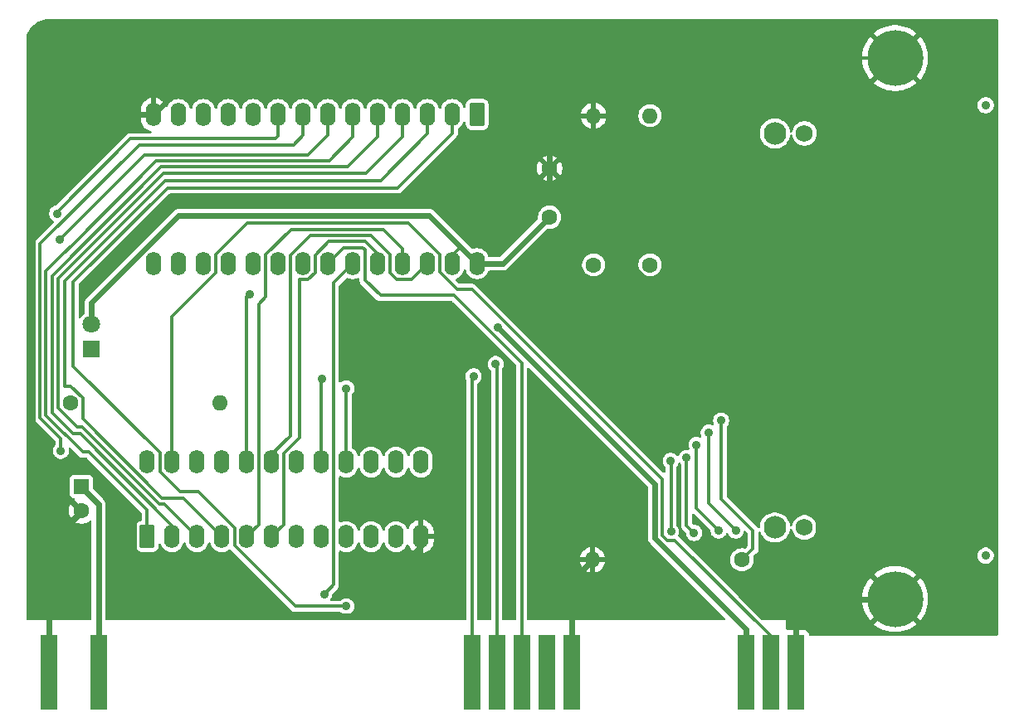
<source format=gbl>
%TF.GenerationSoftware,KiCad,Pcbnew,9.0.0*%
%TF.CreationDate,2025-03-26T11:16:54+02:00*%
%TF.ProjectId,xt-cf,78742d63-662e-46b6-9963-61645f706362,rev?*%
%TF.SameCoordinates,Original*%
%TF.FileFunction,Copper,L2,Bot*%
%TF.FilePolarity,Positive*%
%FSLAX46Y46*%
G04 Gerber Fmt 4.6, Leading zero omitted, Abs format (unit mm)*
G04 Created by KiCad (PCBNEW 9.0.0) date 2025-03-26 11:16:54*
%MOMM*%
%LPD*%
G01*
G04 APERTURE LIST*
G04 Aperture macros list*
%AMRoundRect*
0 Rectangle with rounded corners*
0 $1 Rounding radius*
0 $2 $3 $4 $5 $6 $7 $8 $9 X,Y pos of 4 corners*
0 Add a 4 corners polygon primitive as box body*
4,1,4,$2,$3,$4,$5,$6,$7,$8,$9,$2,$3,0*
0 Add four circle primitives for the rounded corners*
1,1,$1+$1,$2,$3*
1,1,$1+$1,$4,$5*
1,1,$1+$1,$6,$7*
1,1,$1+$1,$8,$9*
0 Add four rect primitives between the rounded corners*
20,1,$1+$1,$2,$3,$4,$5,0*
20,1,$1+$1,$4,$5,$6,$7,0*
20,1,$1+$1,$6,$7,$8,$9,0*
20,1,$1+$1,$8,$9,$2,$3,0*%
G04 Aperture macros list end*
%TA.AperFunction,ComponentPad*%
%ADD10RoundRect,0.250000X0.550000X-0.950000X0.550000X0.950000X-0.550000X0.950000X-0.550000X-0.950000X0*%
%TD*%
%TA.AperFunction,ComponentPad*%
%ADD11O,1.600000X2.400000*%
%TD*%
%TA.AperFunction,ComponentPad*%
%ADD12C,1.600000*%
%TD*%
%TA.AperFunction,ConnectorPad*%
%ADD13R,1.778000X7.620000*%
%TD*%
%TA.AperFunction,ComponentPad*%
%ADD14O,1.600000X1.600000*%
%TD*%
%TA.AperFunction,ComponentPad*%
%ADD15R,1.800000X1.800000*%
%TD*%
%TA.AperFunction,ComponentPad*%
%ADD16C,1.800000*%
%TD*%
%TA.AperFunction,ComponentPad*%
%ADD17RoundRect,0.250000X-0.550000X0.950000X-0.550000X-0.950000X0.550000X-0.950000X0.550000X0.950000X0*%
%TD*%
%TA.AperFunction,ComponentPad*%
%ADD18C,0.899160*%
%TD*%
%TA.AperFunction,ComponentPad*%
%ADD19C,2.301240*%
%TD*%
%TA.AperFunction,ComponentPad*%
%ADD20C,1.750060*%
%TD*%
%TA.AperFunction,ComponentPad*%
%ADD21R,1.600000X1.600000*%
%TD*%
%TA.AperFunction,ComponentPad*%
%ADD22C,5.700000*%
%TD*%
%TA.AperFunction,ViaPad*%
%ADD23C,0.889000*%
%TD*%
%TA.AperFunction,Conductor*%
%ADD24C,0.368300*%
%TD*%
%TA.AperFunction,Conductor*%
%ADD25C,0.632460*%
%TD*%
G04 APERTURE END LIST*
D10*
%TO.P,U1,1,I1*%
%TO.N,/A4*%
X114180000Y-116620000D03*
D11*
%TO.P,U1,2,I2*%
%TO.N,/A5*%
X116720000Y-116620000D03*
%TO.P,U1,3,I3*%
%TO.N,/A6*%
X119260000Y-116620000D03*
%TO.P,U1,4,I4*%
%TO.N,/A7*%
X121800000Y-116620000D03*
%TO.P,U1,5,I5*%
%TO.N,/A8*%
X124340000Y-116620000D03*
%TO.P,U1,6,I6*%
%TO.N,/A9*%
X126880000Y-116620000D03*
%TO.P,U1,7,I7*%
%TO.N,/A13*%
X129420000Y-116620000D03*
%TO.P,U1,8,I8*%
%TO.N,/A14*%
X131960000Y-116620000D03*
%TO.P,U1,9,I9*%
%TO.N,/A15*%
X134500000Y-116620000D03*
%TO.P,U1,10,I10*%
%TO.N,/A16*%
X137040000Y-116620000D03*
%TO.P,U1,11,I11*%
%TO.N,/A17*%
X139580000Y-116620000D03*
%TO.P,U1,12,GND*%
%TO.N,GND*%
X142120000Y-116620000D03*
%TO.P,U1,13,I13*%
%TO.N,/A18*%
X142120000Y-109000000D03*
%TO.P,U1,14,I14*%
%TO.N,/A19*%
X139580000Y-109000000D03*
%TO.P,U1,15,IO15*%
%TO.N,/AEN*%
X137040000Y-109000000D03*
%TO.P,U1,16,IO16*%
%TO.N,/~{CF_CS0}*%
X134500000Y-109000000D03*
%TO.P,U1,17,IO17*%
%TO.N,/~{CF_CS1}*%
X131960000Y-109000000D03*
%TO.P,U1,18,IO18*%
%TO.N,/~{ROM_CS}*%
X129420000Y-109000000D03*
%TO.P,U1,19,IO19*%
%TO.N,/ROM_HI*%
X126880000Y-109000000D03*
%TO.P,U1,20,I020*%
%TO.N,/~{CF_RESET}*%
X124340000Y-109000000D03*
%TO.P,U1,21,IO21*%
%TO.N,/~{CF_DASP}*%
X121800000Y-109000000D03*
%TO.P,U1,22,IO22*%
%TO.N,Net-(U1-IO22)*%
X119260000Y-109000000D03*
%TO.P,U1,23,I23*%
%TO.N,/RESETDRV*%
X116720000Y-109000000D03*
%TO.P,U1,24,VCC*%
%TO.N,VCC*%
X114180000Y-109000000D03*
%TD*%
D12*
%TO.P,C1,1*%
%TO.N,VCC*%
X155250000Y-84000000D03*
%TO.P,C1,2*%
%TO.N,GND*%
X155250000Y-79000000D03*
%TD*%
D13*
%TO.P,BUS1,1,GND*%
%TO.N,GND*%
X180340000Y-130492500D03*
%TO.P,BUS1,2,RESET*%
%TO.N,/RESETDRV*%
X177800000Y-130492500D03*
%TO.P,BUS1,3,VCC*%
%TO.N,VCC*%
X175260000Y-130492500D03*
%TO.P,BUS1,10,GND*%
%TO.N,GND*%
X157480000Y-130492500D03*
%TO.P,BUS1,11,MEMW*%
%TO.N,/~{MEMW}*%
X154940000Y-130492500D03*
%TO.P,BUS1,12,MEMR*%
%TO.N,/~{MEMR}*%
X152400000Y-130492500D03*
%TO.P,BUS1,13,IOW*%
%TO.N,/~{IOW}*%
X149860000Y-130492500D03*
%TO.P,BUS1,14,IOR*%
%TO.N,/~{IOR}*%
X147320000Y-130492500D03*
%TO.P,BUS1,29,VCC*%
%TO.N,VCC*%
X109220000Y-130492500D03*
%TO.P,BUS1,31,GND*%
%TO.N,GND*%
X104140000Y-130492500D03*
%TD*%
D12*
%TO.P,R1,1*%
%TO.N,Net-(D1-K)*%
X106380000Y-103000000D03*
D14*
%TO.P,R1,2*%
%TO.N,Net-(U1-IO22)*%
X121620000Y-103000000D03*
%TD*%
D12*
%TO.P,R3,1*%
%TO.N,/CF_IORDY*%
X165500000Y-88870000D03*
D14*
%TO.P,R3,2*%
%TO.N,VCC*%
X165500000Y-73630000D03*
%TD*%
D12*
%TO.P,R4,1*%
%TO.N,/CF_DMARQ*%
X159750000Y-88870000D03*
D14*
%TO.P,R4,2*%
%TO.N,GND*%
X159750000Y-73630000D03*
%TD*%
D15*
%TO.P,D1,1,K*%
%TO.N,Net-(D1-K)*%
X108500000Y-97500000D03*
D16*
%TO.P,D1,2,A*%
%TO.N,VCC*%
X108500000Y-94960000D03*
%TD*%
D17*
%TO.P,U2,1,VPP*%
%TO.N,VCC*%
X147870000Y-73510000D03*
D11*
%TO.P,U2,2,A12*%
%TO.N,/A12*%
X145330000Y-73510000D03*
%TO.P,U2,3,A7*%
%TO.N,/A7*%
X142790000Y-73510000D03*
%TO.P,U2,4,A6*%
%TO.N,/A6*%
X140250000Y-73510000D03*
%TO.P,U2,5,A5*%
%TO.N,/A5*%
X137710000Y-73510000D03*
%TO.P,U2,6,A4*%
%TO.N,/A4*%
X135170000Y-73510000D03*
%TO.P,U2,7,A3*%
%TO.N,/A3*%
X132630000Y-73510000D03*
%TO.P,U2,8,A2*%
%TO.N,/A2*%
X130090000Y-73510000D03*
%TO.P,U2,9,A1*%
%TO.N,/A1*%
X127550000Y-73510000D03*
%TO.P,U2,10,A0*%
%TO.N,/A0*%
X125010000Y-73510000D03*
%TO.P,U2,11,D0*%
%TO.N,/D0*%
X122470000Y-73510000D03*
%TO.P,U2,12,D1*%
%TO.N,/D1*%
X119930000Y-73510000D03*
%TO.P,U2,13,D2*%
%TO.N,/D2*%
X117390000Y-73510000D03*
%TO.P,U2,14,GND*%
%TO.N,GND*%
X114850000Y-73510000D03*
%TO.P,U2,15,D3*%
%TO.N,/D3*%
X114850000Y-88750000D03*
%TO.P,U2,16,D4*%
%TO.N,/D4*%
X117390000Y-88750000D03*
%TO.P,U2,17,D5*%
%TO.N,/D5*%
X119930000Y-88750000D03*
%TO.P,U2,18,D6*%
%TO.N,/D6*%
X122470000Y-88750000D03*
%TO.P,U2,19,D7*%
%TO.N,/D7*%
X125010000Y-88750000D03*
%TO.P,U2,20,~{CE}*%
%TO.N,/~{ROM_CS}*%
X127550000Y-88750000D03*
%TO.P,U2,21,A10*%
%TO.N,/A10*%
X130090000Y-88750000D03*
%TO.P,U2,22,~{OE}*%
%TO.N,/~{MEMR}*%
X132630000Y-88750000D03*
%TO.P,U2,23,A11*%
%TO.N,/A11*%
X135170000Y-88750000D03*
%TO.P,U2,24,A9*%
%TO.N,/A9*%
X137710000Y-88750000D03*
%TO.P,U2,25,A8*%
%TO.N,/A8*%
X140250000Y-88750000D03*
%TO.P,U2,26,A13*%
%TO.N,/ROM_HI*%
X142790000Y-88750000D03*
%TO.P,U2,27,~{PGM}*%
%TO.N,VCC*%
X145330000Y-88750000D03*
%TO.P,U2,28,VCC*%
X147870000Y-88750000D03*
%TD*%
D18*
%TO.P,P1,*%
%TO.N,*%
X199747620Y-118567200D03*
D19*
X178249060Y-115687540D03*
D20*
X181248800Y-115687540D03*
D19*
X178249060Y-75447460D03*
D20*
X181248800Y-75447460D03*
D18*
X199747620Y-72567800D03*
%TD*%
D12*
%TO.P,R2,1*%
%TO.N,/D7*%
X174870000Y-119000000D03*
D14*
%TO.P,R2,2*%
%TO.N,GND*%
X159630000Y-119000000D03*
%TD*%
D21*
%TO.P,C2,1*%
%TO.N,VCC*%
X107500000Y-111500000D03*
D12*
%TO.P,C2,2*%
%TO.N,GND*%
X107500000Y-114000000D03*
%TD*%
D22*
%TO.P,H2,1,1*%
%TO.N,GND*%
X190500000Y-123000000D03*
%TD*%
%TO.P,H1,1,1*%
%TO.N,GND*%
X190500000Y-67750000D03*
%TD*%
D23*
%TO.N,/A1*%
X105022650Y-83629297D03*
%TO.N,/A11*%
X132250000Y-122500000D03*
%TO.N,/A12*%
X134500000Y-123750000D03*
%TO.N,/A2*%
X105386600Y-107863400D03*
%TO.N,/A3*%
X105250000Y-86250000D03*
%TO.N,/D3*%
X167640000Y-116110000D03*
X167612040Y-108887960D03*
%TO.N,/D4*%
X170000000Y-116250000D03*
X169223279Y-108585000D03*
%TO.N,/D5*%
X170250000Y-107250000D03*
X172500000Y-116000000D03*
%TO.N,/D6*%
X171500000Y-106000000D03*
X174250000Y-116000000D03*
%TO.N,/D7*%
X172750000Y-104775000D03*
%TO.N,/~{CF_CS0}*%
X134500000Y-101500000D03*
%TO.N,/~{CF_CS1}*%
X132000000Y-100500000D03*
%TO.N,/~{CF_RESET}*%
X124625000Y-91875000D03*
%TO.N,/~{IOR}*%
X147500000Y-100250000D03*
%TO.N,/~{IOW}*%
X149750000Y-99000000D03*
%TO.N,GND*%
X179095393Y-104404607D03*
%TO.N,VCC*%
X150000000Y-95250000D03*
%TD*%
D24*
%TO.N,/A1*%
X127250000Y-76000000D02*
X127550000Y-75700000D01*
X112500000Y-76000000D02*
X127250000Y-76000000D01*
X105022650Y-83629297D02*
X105022650Y-83477350D01*
X127550000Y-75700000D02*
X127550000Y-73510000D01*
X105022650Y-83477350D02*
X112500000Y-76000000D01*
%TO.N,/A11*%
X133199150Y-90720850D02*
X135170000Y-88750000D01*
X132250000Y-122500000D02*
X133199150Y-121550850D01*
X133199150Y-121550850D02*
X133199150Y-90720850D01*
%TO.N,/A12*%
X123100850Y-115768427D02*
X123100850Y-117533273D01*
X106640603Y-99246480D02*
X115480850Y-108086727D01*
X123100850Y-117533273D02*
X129317577Y-123750000D01*
X139750000Y-81000000D02*
X116250000Y-81000000D01*
X129317577Y-123750000D02*
X134500000Y-123750000D01*
X117567577Y-112045850D02*
X119378273Y-112045850D01*
X115480850Y-108086727D02*
X115480850Y-109959123D01*
X106640603Y-90609397D02*
X106640603Y-99246480D01*
X115480850Y-109959123D02*
X117567577Y-112045850D01*
X116250000Y-81000000D02*
X106640603Y-90609397D01*
X119378273Y-112045850D02*
X123100850Y-115768427D01*
X145330000Y-73510000D02*
X145330000Y-75420000D01*
X145330000Y-75420000D02*
X139750000Y-81000000D01*
%TO.N,/A2*%
X129126700Y-76623300D02*
X125250000Y-76623300D01*
X125250000Y-76623300D02*
X126508180Y-76623300D01*
X105386600Y-107863400D02*
X105386600Y-106636600D01*
X103250000Y-104500000D02*
X103250000Y-86750000D01*
X105386600Y-106636600D02*
X103250000Y-104500000D01*
X130090000Y-75660000D02*
X129126700Y-76623300D01*
X113376700Y-76623300D02*
X125250000Y-76623300D01*
X130090000Y-73510000D02*
X130090000Y-75660000D01*
X103250000Y-86750000D02*
X113376700Y-76623300D01*
%TO.N,/A3*%
X132630000Y-73510000D02*
X132630000Y-75620000D01*
X113876700Y-77623300D02*
X105250000Y-86250000D01*
X132630000Y-75620000D02*
X130626700Y-77623300D01*
X130626700Y-77623300D02*
X113876700Y-77623300D01*
%TO.N,/A4*%
X106009900Y-106378420D02*
X106009900Y-106378421D01*
X135170000Y-75830000D02*
X135170000Y-73510000D01*
X114180000Y-116620000D02*
X114180000Y-113930000D01*
X108250000Y-108000000D02*
X107631480Y-108000000D01*
X106529600Y-86874200D02*
X106529600Y-86851880D01*
X103873300Y-89508180D02*
X105624530Y-87756950D01*
X114180000Y-113930000D02*
X108250000Y-108000000D01*
X115134880Y-78246600D02*
X132753400Y-78246600D01*
X106009900Y-106378420D02*
X105644779Y-106013300D01*
X132753400Y-78246600D02*
X135170000Y-75830000D01*
X106529600Y-86851880D02*
X115134880Y-78246600D01*
X107631480Y-108000000D02*
X106009900Y-106378420D01*
X105646850Y-87756950D02*
X106529600Y-86874200D01*
X105644779Y-106013300D02*
X103873300Y-104241820D01*
X103873300Y-104241820D02*
X103873300Y-89508180D01*
X105624530Y-87756950D02*
X105646850Y-87756950D01*
%TO.N,/A5*%
X104496600Y-90003400D02*
X104496600Y-103983640D01*
X137710000Y-75790000D02*
X134630100Y-78869900D01*
X137710000Y-73510000D02*
X137710000Y-75790000D01*
X130691579Y-78869900D02*
X115630100Y-78869900D01*
X107370241Y-106120241D02*
X116720000Y-115470000D01*
X116720000Y-115470000D02*
X116720000Y-116620000D01*
X104496600Y-103983640D02*
X106633200Y-106120241D01*
X106633200Y-106120241D02*
X107370241Y-106120241D01*
X116620000Y-116620000D02*
X116720000Y-116620000D01*
X130691579Y-78869900D02*
X130691580Y-78869900D01*
X134630100Y-78869900D02*
X130691579Y-78869900D01*
X115630100Y-78869900D02*
X104496600Y-90003400D01*
%TO.N,/A6*%
X105119900Y-101508179D02*
X105119900Y-90261580D01*
X105866727Y-104239150D02*
X105140850Y-103513273D01*
X107573049Y-105426951D02*
X107054528Y-105426951D01*
X115881480Y-79500000D02*
X136500000Y-79500000D01*
X107054528Y-105426951D02*
X105119900Y-103492323D01*
X136500000Y-79500000D02*
X140250000Y-75750000D01*
X105119900Y-90261580D02*
X115881480Y-79500000D01*
X115932450Y-113292450D02*
X115438547Y-113292450D01*
X119260000Y-116620000D02*
X115932450Y-113292450D01*
X115438547Y-113292450D02*
X107573049Y-105426951D01*
X105119900Y-103492323D02*
X105119900Y-101508179D01*
X105119900Y-102867477D02*
X105119900Y-101508179D01*
X140250000Y-75750000D02*
X140250000Y-73510000D01*
%TO.N,/A7*%
X107619150Y-104591573D02*
X107619150Y-102486727D01*
X115696727Y-112669150D02*
X107619150Y-104591573D01*
X107619150Y-103513273D02*
X107619150Y-102486727D01*
X107619150Y-102486727D02*
X106382423Y-101250000D01*
X117849150Y-112669150D02*
X115696727Y-112669150D01*
X105743200Y-101250000D02*
X105743200Y-90519760D01*
X105743200Y-90519760D02*
X116012960Y-80250000D01*
X142790000Y-75460000D02*
X142790000Y-73510000D01*
X106382423Y-101250000D02*
X105743200Y-101250000D01*
X121800000Y-116620000D02*
X117849150Y-112669150D01*
X138000000Y-80250000D02*
X142790000Y-75460000D01*
X116012960Y-80250000D02*
X138000000Y-80250000D01*
%TO.N,/A8*%
X126310850Y-92141573D02*
X125579150Y-92873273D01*
X140250000Y-87181700D02*
X138309250Y-85240950D01*
X125579150Y-92873273D02*
X125579150Y-115380850D01*
X140250000Y-88750000D02*
X140250000Y-87181700D01*
X138309250Y-85240950D02*
X128906627Y-85240950D01*
X128906627Y-85240950D02*
X126310850Y-87836727D01*
X126310850Y-87836727D02*
X126310850Y-92141573D01*
X125579150Y-115380850D02*
X124340000Y-116620000D01*
%TO.N,/A9*%
X129750000Y-106517577D02*
X128119150Y-108148427D01*
X131329150Y-89663274D02*
X130603273Y-90389150D01*
X131329150Y-87898427D02*
X131329150Y-89663274D01*
X137710000Y-87731922D02*
X136465628Y-86487550D01*
X128119150Y-108148427D02*
X128119150Y-115380850D01*
X129750000Y-90389150D02*
X129750000Y-106517577D01*
X128119150Y-115380850D02*
X126880000Y-116620000D01*
X137710000Y-88750000D02*
X137710000Y-87731922D01*
X130603273Y-90389150D02*
X129750000Y-90389150D01*
X132740027Y-86487550D02*
X131329150Y-87898427D01*
X136465628Y-86487550D02*
X132740027Y-86487550D01*
%TO.N,/D3*%
X167640000Y-116110000D02*
X167640000Y-108915920D01*
X167640000Y-108915920D02*
X167612040Y-108887960D01*
%TO.N,/D4*%
X169223279Y-108585000D02*
X169223279Y-115473279D01*
X169223279Y-115473279D02*
X170000000Y-116250000D01*
%TO.N,/D5*%
X172500000Y-116000000D02*
X170250000Y-113750000D01*
X170250000Y-113750000D02*
X170250000Y-107250000D01*
%TO.N,/D6*%
X171500000Y-106000000D02*
X171500000Y-113250000D01*
X171500000Y-113250000D02*
X174250000Y-116000000D01*
%TO.N,/D7*%
X176000000Y-116000000D02*
X176000000Y-117870000D01*
X172750000Y-104775000D02*
X172750000Y-112750000D01*
X172750000Y-112750000D02*
X176000000Y-116000000D01*
X176000000Y-117870000D02*
X174870000Y-119000000D01*
%TO.N,/RESETDRV*%
X116720000Y-109000000D02*
X116720000Y-94174123D01*
X121230850Y-87836727D02*
X124449927Y-84617650D01*
X124449927Y-84617650D02*
X140810073Y-84617650D01*
X140810073Y-84617650D02*
X144029150Y-87836727D01*
X147376700Y-91376700D02*
X166756350Y-110756350D01*
X167993650Y-116993650D02*
X177800000Y-126800000D01*
X121230850Y-89663273D02*
X121230850Y-87836727D01*
X144029150Y-87836727D02*
X144029150Y-89601573D01*
X116720000Y-94174123D02*
X121230850Y-89663273D01*
X177800000Y-126800000D02*
X177800000Y-130492500D01*
X144029150Y-89601573D02*
X145804277Y-91376700D01*
X166756350Y-116476020D02*
X167273980Y-116993650D01*
X145804277Y-91376700D02*
X147376700Y-91376700D01*
X166756350Y-110756350D02*
X166756350Y-116476020D01*
X167273980Y-116993650D02*
X167993650Y-116993650D01*
%TO.N,/~{CF_CS0}*%
X134500000Y-109000000D02*
X134500000Y-101750000D01*
X134500000Y-101750000D02*
X134500000Y-101500000D01*
%TO.N,/~{CF_CS1}*%
X132000000Y-100500000D02*
X131960000Y-100540000D01*
X131960000Y-109000000D02*
X131960000Y-100540000D01*
%TO.N,/~{CF_RESET}*%
X124625000Y-91875000D02*
X124340000Y-92160000D01*
X124340000Y-92160000D02*
X124340000Y-109000000D01*
%TO.N,/~{IOR}*%
X147320000Y-100430000D02*
X147500000Y-100250000D01*
X147320000Y-130492500D02*
X147320000Y-100430000D01*
%TO.N,/~{IOW}*%
X149860000Y-130492500D02*
X149860000Y-99110000D01*
X149860000Y-99110000D02*
X149750000Y-99000000D01*
%TO.N,/~{MEMR}*%
X136409150Y-87312551D02*
X136409150Y-89659150D01*
X132630000Y-88750000D02*
X134269150Y-87110850D01*
X136207449Y-87110850D02*
X136409150Y-87312551D01*
X152400000Y-98900000D02*
X145500000Y-92000000D01*
X145500000Y-92000000D02*
X138000000Y-92000000D01*
X136409150Y-89659150D02*
X136409150Y-89663273D01*
X152400000Y-130492500D02*
X152400000Y-98900000D01*
X134269150Y-87110850D02*
X136207449Y-87110850D01*
X136409150Y-90409150D02*
X136409150Y-89659150D01*
X138000000Y-92000000D02*
X136409150Y-90409150D01*
D25*
%TO.N,GND*%
X107500000Y-114067600D02*
X102494620Y-109062220D01*
X102494620Y-84432920D02*
X113417540Y-73510000D01*
X117610000Y-70750000D02*
X152250000Y-70750000D01*
X112808770Y-117917092D02*
X119657408Y-124765730D01*
X119657408Y-124765730D02*
X135006730Y-124765730D01*
X180340000Y-130492500D02*
X180340000Y-125160000D01*
X180340000Y-125160000D02*
X182695060Y-122804940D01*
X135006730Y-124765730D02*
X142120000Y-117652460D01*
D24*
X190500000Y-67750000D02*
X160750000Y-67750000D01*
D25*
X179095393Y-104404607D02*
X155250000Y-80559213D01*
X102494620Y-109062220D02*
X102494620Y-84432920D01*
X108174860Y-109500000D02*
X112808770Y-114133910D01*
X157480000Y-130492500D02*
X157480000Y-121150000D01*
X107500000Y-114067600D02*
X105750000Y-112317600D01*
X152250000Y-70750000D02*
X155000000Y-73500000D01*
X112808770Y-114133910D02*
X112808770Y-117917092D01*
X182695060Y-122804940D02*
X182890120Y-123000000D01*
X113417540Y-73510000D02*
X114850000Y-73510000D01*
X155000000Y-73500000D02*
X155250000Y-73750000D01*
X142120000Y-117652460D02*
X142120000Y-116620000D01*
X105750000Y-109500000D02*
X108174860Y-109500000D01*
X182890120Y-123000000D02*
X190500000Y-123000000D01*
X157480000Y-121150000D02*
X159630000Y-119000000D01*
X104140000Y-130492500D02*
X104140000Y-117427600D01*
X104140000Y-117427600D02*
X107500000Y-114067600D01*
X182695060Y-108004273D02*
X179095393Y-104404607D01*
X114850000Y-73510000D02*
X117610000Y-70750000D01*
X155250000Y-80559213D02*
X155250000Y-79000000D01*
X155250000Y-73750000D02*
X155250000Y-79000000D01*
D24*
X160750000Y-67750000D02*
X155000000Y-73500000D01*
D25*
X182695060Y-122804940D02*
X182695060Y-108004273D01*
X105750000Y-112317600D02*
X105750000Y-109500000D01*
%TO.N,VCC*%
X166000970Y-116163132D02*
X166000970Y-111250970D01*
X166000970Y-116788908D02*
X166000970Y-116750970D01*
X142982270Y-83862270D02*
X117398518Y-83862270D01*
X175260000Y-126047938D02*
X166443462Y-117231400D01*
X175260000Y-130492500D02*
X175260000Y-126047938D01*
X166443462Y-117231400D02*
X166443461Y-117231400D01*
X108500000Y-92760788D02*
X108500000Y-94960000D01*
X147870000Y-88750000D02*
X146185000Y-87065000D01*
X146185000Y-87065000D02*
X142982270Y-83862270D01*
X166000970Y-116750970D02*
X166000970Y-116163132D01*
X147870000Y-88750000D02*
X150500000Y-88750000D01*
X109220000Y-113287600D02*
X107500000Y-111567600D01*
X166443461Y-117231400D02*
X166000970Y-116788909D01*
X166000970Y-116788909D02*
X166000970Y-116788908D01*
X150500000Y-88750000D02*
X155250000Y-84000000D01*
D24*
X145330000Y-88750000D02*
X145330000Y-87920000D01*
D25*
X117398518Y-83862270D02*
X108500000Y-92760788D01*
D24*
X145330000Y-87920000D02*
X146185000Y-87065000D01*
D25*
X109220000Y-130492500D02*
X109220000Y-113287600D01*
X166000970Y-111250970D02*
X150000000Y-95250000D01*
D24*
%TO.N,/ROM_HI*%
X128789150Y-87898427D02*
X130823327Y-85864250D01*
X137038373Y-85864250D02*
X138949150Y-87775027D01*
X128789150Y-106322550D02*
X128789150Y-87898427D01*
X138949150Y-89663273D02*
X139675027Y-90389150D01*
X141150850Y-90389150D02*
X142790000Y-88750000D01*
X130823327Y-85864250D02*
X137038373Y-85864250D01*
X139675027Y-90389150D02*
X141150850Y-90389150D01*
X138949150Y-87775027D02*
X138949150Y-89663273D01*
X126880000Y-109000000D02*
X126880000Y-108231700D01*
X126880000Y-108231700D02*
X128789150Y-106322550D01*
%TD*%
%TA.AperFunction,Conductor*%
%TO.N,GND*%
G36*
X200941621Y-63770502D02*
G01*
X200988114Y-63824158D01*
X200999500Y-63876500D01*
X200999500Y-126623500D01*
X200979498Y-126691621D01*
X200925842Y-126738114D01*
X200873500Y-126749500D01*
X182820324Y-126749500D01*
X182815248Y-126750000D01*
X181862650Y-126750000D01*
X181794529Y-126729998D01*
X181748036Y-126676342D01*
X181738399Y-126637154D01*
X181737361Y-126637266D01*
X181730494Y-126573406D01*
X181679444Y-126436535D01*
X181679444Y-126436534D01*
X181591904Y-126319595D01*
X181474965Y-126232055D01*
X181338093Y-126181005D01*
X181277597Y-126174500D01*
X179516000Y-126174500D01*
X179447879Y-126154498D01*
X179401386Y-126100842D01*
X179390000Y-126048500D01*
X179390000Y-125162500D01*
X177011048Y-125162500D01*
X176942927Y-125142498D01*
X176921953Y-125125595D01*
X174631383Y-122835025D01*
X187142000Y-122835025D01*
X187142000Y-123164974D01*
X187174337Y-123493300D01*
X187174340Y-123493321D01*
X187238704Y-123816904D01*
X187238705Y-123816911D01*
X187334475Y-124132624D01*
X187334476Y-124132626D01*
X187460743Y-124437462D01*
X187616275Y-124728441D01*
X187799576Y-125002772D01*
X187952130Y-125188659D01*
X189203367Y-123937421D01*
X189279588Y-124042330D01*
X189457670Y-124220412D01*
X189562576Y-124296631D01*
X188311339Y-125547868D01*
X188497232Y-125700427D01*
X188771558Y-125883724D01*
X189062537Y-126039256D01*
X189367373Y-126165523D01*
X189367375Y-126165524D01*
X189683088Y-126261294D01*
X189683095Y-126261295D01*
X190006678Y-126325659D01*
X190006699Y-126325662D01*
X190335025Y-126357999D01*
X190335041Y-126358000D01*
X190664959Y-126358000D01*
X190664974Y-126357999D01*
X190993300Y-126325662D01*
X190993321Y-126325659D01*
X191316904Y-126261295D01*
X191316911Y-126261294D01*
X191632624Y-126165524D01*
X191632626Y-126165523D01*
X191937462Y-126039256D01*
X192228441Y-125883724D01*
X192502762Y-125700429D01*
X192502768Y-125700425D01*
X192688659Y-125547868D01*
X191437422Y-124296631D01*
X191542330Y-124220412D01*
X191720412Y-124042330D01*
X191796631Y-123937422D01*
X193047868Y-125188659D01*
X193200425Y-125002768D01*
X193200429Y-125002762D01*
X193383724Y-124728441D01*
X193539256Y-124437462D01*
X193665523Y-124132626D01*
X193665524Y-124132624D01*
X193761294Y-123816911D01*
X193761295Y-123816904D01*
X193825659Y-123493321D01*
X193825662Y-123493300D01*
X193857999Y-123164974D01*
X193858000Y-123164958D01*
X193858000Y-122835041D01*
X193857999Y-122835025D01*
X193825662Y-122506699D01*
X193825659Y-122506678D01*
X193761295Y-122183095D01*
X193761294Y-122183088D01*
X193665524Y-121867375D01*
X193665523Y-121867373D01*
X193539256Y-121562537D01*
X193383724Y-121271558D01*
X193200427Y-120997232D01*
X193047868Y-120811339D01*
X191796631Y-122062576D01*
X191720412Y-121957670D01*
X191542330Y-121779588D01*
X191437422Y-121703367D01*
X192688659Y-120452130D01*
X192688659Y-120452129D01*
X192502772Y-120299576D01*
X192228441Y-120116275D01*
X191937462Y-119960743D01*
X191632626Y-119834476D01*
X191632624Y-119834475D01*
X191316911Y-119738705D01*
X191316904Y-119738704D01*
X190993321Y-119674340D01*
X190993300Y-119674337D01*
X190664974Y-119642000D01*
X190335025Y-119642000D01*
X190006699Y-119674337D01*
X190006678Y-119674340D01*
X189683095Y-119738704D01*
X189683088Y-119738705D01*
X189367375Y-119834475D01*
X189367373Y-119834476D01*
X189062537Y-119960743D01*
X188771558Y-120116275D01*
X188497236Y-120299571D01*
X188497223Y-120299580D01*
X188311339Y-120452130D01*
X189562577Y-121703368D01*
X189457670Y-121779588D01*
X189279588Y-121957670D01*
X189203368Y-122062577D01*
X187952130Y-120811339D01*
X187799580Y-120997223D01*
X187799571Y-120997236D01*
X187616275Y-121271558D01*
X187460743Y-121562537D01*
X187334476Y-121867373D01*
X187334475Y-121867375D01*
X187238705Y-122183088D01*
X187238704Y-122183095D01*
X187174340Y-122506678D01*
X187174337Y-122506699D01*
X187142000Y-122835025D01*
X174631383Y-122835025D01*
X168407794Y-116611436D01*
X168373768Y-116549124D01*
X168378833Y-116478309D01*
X168380470Y-116474148D01*
X168431815Y-116350194D01*
X168463460Y-116191104D01*
X168463460Y-116028896D01*
X168431815Y-115869806D01*
X168369740Y-115719946D01*
X168279623Y-115585075D01*
X168279621Y-115585073D01*
X168279616Y-115585067D01*
X168240015Y-115545466D01*
X168205989Y-115483154D01*
X168203110Y-115456371D01*
X168203110Y-109513628D01*
X168223112Y-109445507D01*
X168240012Y-109424535D01*
X168251663Y-109412885D01*
X168341780Y-109278014D01*
X168389694Y-109162339D01*
X168410616Y-109136377D01*
X168430590Y-109109694D01*
X168432776Y-109108878D01*
X168434240Y-109107062D01*
X168465875Y-109096532D01*
X168497110Y-109084882D01*
X168499389Y-109085377D01*
X168501603Y-109084641D01*
X168533904Y-109092885D01*
X168566484Y-109099972D01*
X168568974Y-109101836D01*
X168570395Y-109102199D01*
X168595195Y-109121464D01*
X168623264Y-109149533D01*
X168657289Y-109211843D01*
X168660169Y-109238628D01*
X168660169Y-115547414D01*
X168666442Y-115570823D01*
X168666443Y-115570827D01*
X168698543Y-115690629D01*
X168698546Y-115690636D01*
X168772676Y-115819033D01*
X168772678Y-115819035D01*
X168772679Y-115819037D01*
X169139636Y-116185994D01*
X169173660Y-116248305D01*
X169176540Y-116275088D01*
X169176540Y-116331104D01*
X169208185Y-116490194D01*
X169270260Y-116640054D01*
X169360377Y-116774925D01*
X169360378Y-116774926D01*
X169360383Y-116774932D01*
X169475067Y-116889616D01*
X169475073Y-116889621D01*
X169475075Y-116889623D01*
X169609946Y-116979740D01*
X169759806Y-117041815D01*
X169918896Y-117073460D01*
X169918897Y-117073460D01*
X170081103Y-117073460D01*
X170081104Y-117073460D01*
X170240194Y-117041815D01*
X170390054Y-116979740D01*
X170524925Y-116889623D01*
X170639623Y-116774925D01*
X170729740Y-116640054D01*
X170791815Y-116490194D01*
X170823460Y-116331104D01*
X170823460Y-116168896D01*
X170791815Y-116009806D01*
X170729740Y-115859946D01*
X170639623Y-115725075D01*
X170639621Y-115725073D01*
X170639616Y-115725067D01*
X170524932Y-115610383D01*
X170524926Y-115610378D01*
X170524925Y-115610377D01*
X170390054Y-115520260D01*
X170240194Y-115458185D01*
X170187164Y-115447636D01*
X170081106Y-115426540D01*
X170081104Y-115426540D01*
X170025088Y-115426540D01*
X169995172Y-115417756D01*
X169964703Y-115411128D01*
X169959607Y-115407313D01*
X169956967Y-115406538D01*
X169935993Y-115389635D01*
X169823294Y-115276936D01*
X169789268Y-115214624D01*
X169786389Y-115187841D01*
X169786389Y-114386937D01*
X169806391Y-114318816D01*
X169860047Y-114272323D01*
X169930321Y-114262219D01*
X169994901Y-114291713D01*
X170001484Y-114297842D01*
X171639635Y-115935993D01*
X171673661Y-115998305D01*
X171676540Y-116025088D01*
X171676540Y-116081104D01*
X171708185Y-116240194D01*
X171770260Y-116390054D01*
X171860377Y-116524925D01*
X171860378Y-116524926D01*
X171860383Y-116524932D01*
X171975067Y-116639616D01*
X171975073Y-116639621D01*
X171975075Y-116639623D01*
X172109946Y-116729740D01*
X172259806Y-116791815D01*
X172418896Y-116823460D01*
X172418897Y-116823460D01*
X172581103Y-116823460D01*
X172581104Y-116823460D01*
X172740194Y-116791815D01*
X172890054Y-116729740D01*
X173024925Y-116639623D01*
X173139623Y-116524925D01*
X173229740Y-116390054D01*
X173258592Y-116320399D01*
X173303139Y-116265120D01*
X173370503Y-116242699D01*
X173439294Y-116260257D01*
X173487672Y-116312219D01*
X173491401Y-116320385D01*
X173513773Y-116374394D01*
X173520260Y-116390054D01*
X173610378Y-116524926D01*
X173610383Y-116524932D01*
X173725067Y-116639616D01*
X173725073Y-116639621D01*
X173725075Y-116639623D01*
X173859946Y-116729740D01*
X174009806Y-116791815D01*
X174168896Y-116823460D01*
X174168897Y-116823460D01*
X174331103Y-116823460D01*
X174331104Y-116823460D01*
X174490194Y-116791815D01*
X174640054Y-116729740D01*
X174774925Y-116639623D01*
X174889623Y-116524925D01*
X174979740Y-116390054D01*
X175041815Y-116240194D01*
X175062526Y-116136071D01*
X175067312Y-116126922D01*
X175068049Y-116116621D01*
X175083491Y-116095992D01*
X175095434Y-116073162D01*
X175104407Y-116068052D01*
X175110596Y-116059785D01*
X175134738Y-116050780D01*
X175157129Y-116038030D01*
X175167440Y-116038582D01*
X175177116Y-116034974D01*
X175202293Y-116040450D01*
X175228023Y-116041830D01*
X175238245Y-116048271D01*
X175246490Y-116050065D01*
X175275200Y-116071558D01*
X175399985Y-116196343D01*
X175434011Y-116258655D01*
X175436890Y-116285438D01*
X175436890Y-117584560D01*
X175416888Y-117652681D01*
X175399985Y-117673656D01*
X175258371Y-117815269D01*
X175196059Y-117849294D01*
X175149566Y-117850622D01*
X175119805Y-117845908D01*
X174962786Y-117821040D01*
X174777214Y-117821040D01*
X174703898Y-117832651D01*
X174593923Y-117850069D01*
X174417437Y-117907414D01*
X174252086Y-117991665D01*
X174101956Y-118100741D01*
X174101953Y-118100743D01*
X173970743Y-118231953D01*
X173970741Y-118231956D01*
X173861665Y-118382086D01*
X173777414Y-118547437D01*
X173720069Y-118723923D01*
X173706615Y-118808876D01*
X173691040Y-118907214D01*
X173691040Y-119092786D01*
X173708457Y-119202758D01*
X173720069Y-119276076D01*
X173777414Y-119452562D01*
X173777415Y-119452564D01*
X173861663Y-119617910D01*
X173970739Y-119768041D01*
X173970741Y-119768043D01*
X173970743Y-119768046D01*
X174101953Y-119899256D01*
X174101956Y-119899258D01*
X174101959Y-119899261D01*
X174252090Y-120008337D01*
X174417436Y-120092585D01*
X174593926Y-120149931D01*
X174777214Y-120178960D01*
X174777216Y-120178960D01*
X174962784Y-120178960D01*
X174962786Y-120178960D01*
X175146074Y-120149931D01*
X175322564Y-120092585D01*
X175487910Y-120008337D01*
X175638041Y-119899261D01*
X175769261Y-119768041D01*
X175878337Y-119617910D01*
X175962585Y-119452564D01*
X176019931Y-119276074D01*
X176048960Y-119092786D01*
X176048960Y-118907214D01*
X176019931Y-118723926D01*
X176019929Y-118723922D01*
X176019377Y-118720432D01*
X176028477Y-118650021D01*
X176054731Y-118611626D01*
X176180765Y-118485593D01*
X198919080Y-118485593D01*
X198919080Y-118648806D01*
X198938413Y-118746000D01*
X198950920Y-118808876D01*
X199013377Y-118959661D01*
X199073963Y-119050334D01*
X199104050Y-119095362D01*
X199104055Y-119095368D01*
X199219451Y-119210764D01*
X199219457Y-119210769D01*
X199355159Y-119301443D01*
X199505944Y-119363900D01*
X199666016Y-119395740D01*
X199666017Y-119395740D01*
X199829223Y-119395740D01*
X199829224Y-119395740D01*
X199989296Y-119363900D01*
X200140081Y-119301443D01*
X200275783Y-119210769D01*
X200391189Y-119095363D01*
X200481863Y-118959661D01*
X200544320Y-118808876D01*
X200576160Y-118648804D01*
X200576160Y-118485596D01*
X200544320Y-118325524D01*
X200481863Y-118174739D01*
X200391189Y-118039037D01*
X200391184Y-118039031D01*
X200275788Y-117923635D01*
X200275782Y-117923630D01*
X200198677Y-117872110D01*
X200140081Y-117832957D01*
X200011380Y-117779647D01*
X199989301Y-117770502D01*
X199989296Y-117770500D01*
X199829226Y-117738660D01*
X199829224Y-117738660D01*
X199666016Y-117738660D01*
X199666013Y-117738660D01*
X199505943Y-117770500D01*
X199505938Y-117770502D01*
X199355159Y-117832957D01*
X199219457Y-117923630D01*
X199219451Y-117923635D01*
X199104055Y-118039031D01*
X199104050Y-118039037D01*
X199013377Y-118174739D01*
X198950922Y-118325518D01*
X198950920Y-118325523D01*
X198919080Y-118485593D01*
X176180765Y-118485593D01*
X176276048Y-118390310D01*
X176450594Y-118215764D01*
X176450594Y-118215763D01*
X176450600Y-118215758D01*
X176524735Y-118087353D01*
X176563110Y-117944135D01*
X176563110Y-117795866D01*
X176563110Y-116244077D01*
X176583112Y-116175956D01*
X176636768Y-116129463D01*
X176707042Y-116119359D01*
X176771622Y-116148853D01*
X176808942Y-116205139D01*
X176820331Y-116240191D01*
X176822627Y-116247259D01*
X176831542Y-116274695D01*
X176940846Y-116489215D01*
X176940848Y-116489218D01*
X176966791Y-116524925D01*
X177082362Y-116683995D01*
X177082364Y-116683997D01*
X177082366Y-116684000D01*
X177252599Y-116854233D01*
X177252602Y-116854235D01*
X177252605Y-116854238D01*
X177447385Y-116995754D01*
X177661905Y-117105058D01*
X177890882Y-117179457D01*
X178128679Y-117217120D01*
X178128682Y-117217120D01*
X178369438Y-117217120D01*
X178369441Y-117217120D01*
X178607238Y-117179457D01*
X178836215Y-117105058D01*
X179050735Y-116995754D01*
X179245515Y-116854238D01*
X179415758Y-116683995D01*
X179557274Y-116489215D01*
X179666578Y-116274695D01*
X179740977Y-116045718D01*
X179763994Y-115900388D01*
X179794405Y-115836239D01*
X179854673Y-115798712D01*
X179925662Y-115799725D01*
X179984835Y-115838957D01*
X180012890Y-115900390D01*
X180025687Y-115981183D01*
X180086682Y-116168905D01*
X180086683Y-116168908D01*
X180086685Y-116168912D01*
X180176291Y-116344774D01*
X180292311Y-116504462D01*
X180431877Y-116644028D01*
X180431880Y-116644030D01*
X180591566Y-116760049D01*
X180767435Y-116849658D01*
X180955157Y-116910653D01*
X181150109Y-116941530D01*
X181150112Y-116941530D01*
X181347488Y-116941530D01*
X181347491Y-116941530D01*
X181542443Y-116910653D01*
X181730165Y-116849658D01*
X181906034Y-116760049D01*
X182065720Y-116644030D01*
X182205290Y-116504460D01*
X182321309Y-116344774D01*
X182410918Y-116168905D01*
X182471913Y-115981183D01*
X182502790Y-115786231D01*
X182502790Y-115588849D01*
X182471913Y-115393897D01*
X182410918Y-115206175D01*
X182321309Y-115030306D01*
X182205290Y-114870620D01*
X182205288Y-114870617D01*
X182065722Y-114731051D01*
X181906034Y-114615031D01*
X181730172Y-114525425D01*
X181730168Y-114525423D01*
X181730165Y-114525422D01*
X181542443Y-114464427D01*
X181347491Y-114433550D01*
X181150109Y-114433550D01*
X180955157Y-114464427D01*
X180955154Y-114464427D01*
X180955153Y-114464428D01*
X180865086Y-114493692D01*
X180767435Y-114525422D01*
X180767433Y-114525422D01*
X180767427Y-114525425D01*
X180591565Y-114615031D01*
X180431877Y-114731051D01*
X180292311Y-114870617D01*
X180176291Y-115030305D01*
X180086685Y-115206167D01*
X180086682Y-115206173D01*
X180086682Y-115206175D01*
X180071176Y-115253896D01*
X180025688Y-115393892D01*
X180025688Y-115393893D01*
X180025687Y-115393897D01*
X180016491Y-115451959D01*
X180012891Y-115474689D01*
X179982478Y-115538841D01*
X179922209Y-115576368D01*
X179851220Y-115575354D01*
X179792048Y-115536121D01*
X179763994Y-115474689D01*
X179740977Y-115329362D01*
X179666578Y-115100385D01*
X179557274Y-114885865D01*
X179415758Y-114691085D01*
X179415755Y-114691082D01*
X179415753Y-114691079D01*
X179245520Y-114520846D01*
X179245517Y-114520844D01*
X179245515Y-114520842D01*
X179050735Y-114379326D01*
X178836215Y-114270022D01*
X178836212Y-114270021D01*
X178836210Y-114270020D01*
X178607243Y-114195624D01*
X178607239Y-114195623D01*
X178607238Y-114195623D01*
X178369441Y-114157960D01*
X178128679Y-114157960D01*
X177934877Y-114188655D01*
X177890876Y-114195624D01*
X177661909Y-114270020D01*
X177661903Y-114270023D01*
X177447381Y-114379328D01*
X177252602Y-114520844D01*
X177252599Y-114520846D01*
X177082366Y-114691079D01*
X177082364Y-114691082D01*
X176940848Y-114885861D01*
X176831543Y-115100383D01*
X176831540Y-115100389D01*
X176757144Y-115329356D01*
X176757143Y-115329361D01*
X176757143Y-115329362D01*
X176722608Y-115547414D01*
X176719480Y-115567162D01*
X176719480Y-115649717D01*
X176699478Y-115717838D01*
X176645822Y-115764331D01*
X176575548Y-115774435D01*
X176510968Y-115744941D01*
X176484361Y-115712717D01*
X176450602Y-115654245D01*
X176450594Y-115654235D01*
X173350015Y-112553656D01*
X173315989Y-112491344D01*
X173313110Y-112464561D01*
X173313110Y-105428628D01*
X173333112Y-105360507D01*
X173350016Y-105339532D01*
X173389616Y-105299932D01*
X173389623Y-105299925D01*
X173479740Y-105165054D01*
X173541815Y-105015194D01*
X173573460Y-104856104D01*
X173573460Y-104693896D01*
X173541815Y-104534806D01*
X173479740Y-104384946D01*
X173389623Y-104250075D01*
X173389621Y-104250073D01*
X173389616Y-104250067D01*
X173274932Y-104135383D01*
X173274926Y-104135378D01*
X173274925Y-104135377D01*
X173140054Y-104045260D01*
X172990194Y-103983185D01*
X172937164Y-103972636D01*
X172831106Y-103951540D01*
X172831104Y-103951540D01*
X172668896Y-103951540D01*
X172668893Y-103951540D01*
X172509806Y-103983185D01*
X172359946Y-104045260D01*
X172225073Y-104135378D01*
X172225067Y-104135383D01*
X172110383Y-104250067D01*
X172110378Y-104250073D01*
X172020260Y-104384946D01*
X171958185Y-104534806D01*
X171926540Y-104693893D01*
X171926540Y-104856106D01*
X171958185Y-105015193D01*
X171983420Y-105076115D01*
X171991009Y-105146704D01*
X171959230Y-105210191D01*
X171898172Y-105246419D01*
X171827221Y-105243885D01*
X171818793Y-105240742D01*
X171787572Y-105227809D01*
X171740194Y-105208185D01*
X171687164Y-105197636D01*
X171581106Y-105176540D01*
X171581104Y-105176540D01*
X171418896Y-105176540D01*
X171418893Y-105176540D01*
X171259806Y-105208185D01*
X171109946Y-105270260D01*
X170975073Y-105360378D01*
X170975067Y-105360383D01*
X170860383Y-105475067D01*
X170860378Y-105475073D01*
X170770260Y-105609946D01*
X170708185Y-105759806D01*
X170676540Y-105918893D01*
X170676540Y-106081106D01*
X170708185Y-106240193D01*
X170745920Y-106331293D01*
X170753509Y-106401883D01*
X170721730Y-106465370D01*
X170660672Y-106501597D01*
X170589720Y-106499063D01*
X170581293Y-106495920D01*
X170576661Y-106494001D01*
X170490194Y-106458185D01*
X170416081Y-106443443D01*
X170331106Y-106426540D01*
X170331104Y-106426540D01*
X170168896Y-106426540D01*
X170168893Y-106426540D01*
X170009806Y-106458185D01*
X169859946Y-106520260D01*
X169725073Y-106610378D01*
X169725067Y-106610383D01*
X169610383Y-106725067D01*
X169610378Y-106725073D01*
X169520260Y-106859946D01*
X169458185Y-107009806D01*
X169426540Y-107168893D01*
X169426540Y-107331106D01*
X169457698Y-107487749D01*
X169458185Y-107490194D01*
X169504273Y-107601459D01*
X169511862Y-107672047D01*
X169480083Y-107735534D01*
X169419025Y-107771762D01*
X169363284Y-107773255D01*
X169304390Y-107761540D01*
X169304383Y-107761540D01*
X169142175Y-107761540D01*
X169142172Y-107761540D01*
X168983085Y-107793185D01*
X168833225Y-107855260D01*
X168698352Y-107945378D01*
X168698346Y-107945383D01*
X168583662Y-108060067D01*
X168583657Y-108060073D01*
X168493538Y-108194946D01*
X168493536Y-108194950D01*
X168445625Y-108310617D01*
X168401077Y-108365898D01*
X168333713Y-108388318D01*
X168264922Y-108370759D01*
X168240122Y-108351493D01*
X168136972Y-108248343D01*
X168136966Y-108248338D01*
X168136965Y-108248337D01*
X168002094Y-108158220D01*
X167852234Y-108096145D01*
X167799204Y-108085596D01*
X167693146Y-108064500D01*
X167693144Y-108064500D01*
X167530936Y-108064500D01*
X167530933Y-108064500D01*
X167371846Y-108096145D01*
X167221986Y-108158220D01*
X167087113Y-108248338D01*
X167087107Y-108248343D01*
X166972423Y-108363027D01*
X166972418Y-108363033D01*
X166882300Y-108497906D01*
X166820225Y-108647766D01*
X166788580Y-108806853D01*
X166788580Y-108969066D01*
X166809676Y-109075124D01*
X166820225Y-109128154D01*
X166882300Y-109278014D01*
X166972417Y-109412885D01*
X167039986Y-109480454D01*
X167074010Y-109542764D01*
X167076890Y-109569548D01*
X167076890Y-109976341D01*
X167056888Y-110044462D01*
X167003232Y-110090955D01*
X166932958Y-110101059D01*
X166868378Y-110071565D01*
X166861795Y-110065436D01*
X147722464Y-90926105D01*
X147722454Y-90926097D01*
X147594050Y-90851963D01*
X147522444Y-90832776D01*
X147522444Y-90832777D01*
X147450835Y-90813590D01*
X146089715Y-90813590D01*
X146021594Y-90793588D01*
X146000620Y-90776685D01*
X145689416Y-90465481D01*
X145655390Y-90403169D01*
X145660455Y-90332354D01*
X145703002Y-90275518D01*
X145739573Y-90256553D01*
X145782564Y-90242585D01*
X145947910Y-90158337D01*
X146098041Y-90049261D01*
X146229261Y-89918041D01*
X146338337Y-89767910D01*
X146422585Y-89602564D01*
X146479931Y-89426074D01*
X146479931Y-89426072D01*
X146480167Y-89425347D01*
X146520241Y-89366742D01*
X146585638Y-89339105D01*
X146655594Y-89351212D01*
X146707900Y-89399218D01*
X146719833Y-89425347D01*
X146720068Y-89426072D01*
X146720069Y-89426074D01*
X146777415Y-89602564D01*
X146795492Y-89638043D01*
X146861665Y-89767913D01*
X146888631Y-89805028D01*
X146970739Y-89918041D01*
X146970741Y-89918043D01*
X146970743Y-89918046D01*
X147101953Y-90049256D01*
X147101956Y-90049258D01*
X147101959Y-90049261D01*
X147252090Y-90158337D01*
X147417436Y-90242585D01*
X147593926Y-90299931D01*
X147777214Y-90328960D01*
X147777216Y-90328960D01*
X147962784Y-90328960D01*
X147962786Y-90328960D01*
X148146074Y-90299931D01*
X148322564Y-90242585D01*
X148487910Y-90158337D01*
X148638041Y-90049261D01*
X148769261Y-89918041D01*
X148878337Y-89767910D01*
X148962585Y-89602564D01*
X148985431Y-89532253D01*
X149025505Y-89473647D01*
X149090902Y-89446011D01*
X149105264Y-89445190D01*
X150425296Y-89445190D01*
X150425316Y-89445191D01*
X150431529Y-89445191D01*
X150568471Y-89445191D01*
X150702780Y-89418475D01*
X150792239Y-89381418D01*
X150829296Y-89366070D01*
X150943158Y-89289990D01*
X151039990Y-89193158D01*
X151039991Y-89193155D01*
X151047167Y-89185980D01*
X151047173Y-89185972D01*
X151455929Y-88777216D01*
X158571040Y-88777216D01*
X158571040Y-88962783D01*
X158600069Y-89146076D01*
X158657414Y-89322562D01*
X158657415Y-89322564D01*
X158741663Y-89487910D01*
X158850739Y-89638041D01*
X158850741Y-89638043D01*
X158850743Y-89638046D01*
X158981953Y-89769256D01*
X158981956Y-89769258D01*
X158981959Y-89769261D01*
X159132090Y-89878337D01*
X159297436Y-89962585D01*
X159473926Y-90019931D01*
X159657214Y-90048960D01*
X159657216Y-90048960D01*
X159842784Y-90048960D01*
X159842786Y-90048960D01*
X160026074Y-90019931D01*
X160202564Y-89962585D01*
X160367910Y-89878337D01*
X160518041Y-89769261D01*
X160649261Y-89638041D01*
X160758337Y-89487910D01*
X160842585Y-89322564D01*
X160899931Y-89146074D01*
X160928960Y-88962786D01*
X160928960Y-88777216D01*
X164321040Y-88777216D01*
X164321040Y-88962783D01*
X164350069Y-89146076D01*
X164407414Y-89322562D01*
X164407415Y-89322564D01*
X164491663Y-89487910D01*
X164600739Y-89638041D01*
X164600741Y-89638043D01*
X164600743Y-89638046D01*
X164731953Y-89769256D01*
X164731956Y-89769258D01*
X164731959Y-89769261D01*
X164882090Y-89878337D01*
X165047436Y-89962585D01*
X165223926Y-90019931D01*
X165407214Y-90048960D01*
X165407216Y-90048960D01*
X165592784Y-90048960D01*
X165592786Y-90048960D01*
X165776074Y-90019931D01*
X165952564Y-89962585D01*
X166117910Y-89878337D01*
X166268041Y-89769261D01*
X166399261Y-89638041D01*
X166508337Y-89487910D01*
X166592585Y-89322564D01*
X166649931Y-89146074D01*
X166678960Y-88962786D01*
X166678960Y-88777214D01*
X166649931Y-88593926D01*
X166592585Y-88417436D01*
X166508337Y-88252090D01*
X166399261Y-88101959D01*
X166399258Y-88101956D01*
X166399256Y-88101953D01*
X166268046Y-87970743D01*
X166268043Y-87970741D01*
X166268041Y-87970739D01*
X166117910Y-87861663D01*
X165952564Y-87777415D01*
X165952563Y-87777414D01*
X165952562Y-87777414D01*
X165776076Y-87720069D01*
X165684430Y-87705554D01*
X165592786Y-87691040D01*
X165407214Y-87691040D01*
X165333898Y-87702651D01*
X165223923Y-87720069D01*
X165047437Y-87777414D01*
X164882086Y-87861665D01*
X164731956Y-87970741D01*
X164731953Y-87970743D01*
X164600743Y-88101953D01*
X164600741Y-88101956D01*
X164491665Y-88252086D01*
X164407414Y-88417437D01*
X164350069Y-88593923D01*
X164350069Y-88593926D01*
X164324723Y-88753964D01*
X164321040Y-88777216D01*
X160928960Y-88777216D01*
X160928960Y-88777214D01*
X160899931Y-88593926D01*
X160842585Y-88417436D01*
X160758337Y-88252090D01*
X160649261Y-88101959D01*
X160649258Y-88101956D01*
X160649256Y-88101953D01*
X160518046Y-87970743D01*
X160518043Y-87970741D01*
X160518041Y-87970739D01*
X160367910Y-87861663D01*
X160202564Y-87777415D01*
X160202563Y-87777414D01*
X160202562Y-87777414D01*
X160026076Y-87720069D01*
X159934430Y-87705554D01*
X159842786Y-87691040D01*
X159657214Y-87691040D01*
X159583898Y-87702651D01*
X159473923Y-87720069D01*
X159297437Y-87777414D01*
X159132086Y-87861665D01*
X158981956Y-87970741D01*
X158981953Y-87970743D01*
X158850743Y-88101953D01*
X158850741Y-88101956D01*
X158741665Y-88252086D01*
X158657414Y-88417437D01*
X158600069Y-88593923D01*
X158600069Y-88593926D01*
X158574723Y-88753964D01*
X158571040Y-88777216D01*
X151455929Y-88777216D01*
X155022878Y-85210267D01*
X155085188Y-85176243D01*
X155131681Y-85174916D01*
X155150074Y-85177829D01*
X155157213Y-85178960D01*
X155157214Y-85178960D01*
X155342784Y-85178960D01*
X155342786Y-85178960D01*
X155526074Y-85149931D01*
X155702564Y-85092585D01*
X155867910Y-85008337D01*
X156018041Y-84899261D01*
X156149261Y-84768041D01*
X156258337Y-84617910D01*
X156342585Y-84452564D01*
X156399931Y-84276074D01*
X156428960Y-84092786D01*
X156428960Y-83907214D01*
X156399931Y-83723926D01*
X156342585Y-83547436D01*
X156258337Y-83382090D01*
X156149261Y-83231959D01*
X156149258Y-83231956D01*
X156149256Y-83231953D01*
X156018046Y-83100743D01*
X156018043Y-83100741D01*
X156018041Y-83100739D01*
X155867910Y-82991663D01*
X155702564Y-82907415D01*
X155702563Y-82907414D01*
X155702562Y-82907414D01*
X155526076Y-82850069D01*
X155434430Y-82835554D01*
X155342786Y-82821040D01*
X155157214Y-82821040D01*
X155083898Y-82832651D01*
X154973923Y-82850069D01*
X154797437Y-82907414D01*
X154632086Y-82991665D01*
X154481956Y-83100741D01*
X154481953Y-83100743D01*
X154350743Y-83231953D01*
X154350741Y-83231956D01*
X154241665Y-83382086D01*
X154157414Y-83547437D01*
X154100069Y-83723923D01*
X154071040Y-83907216D01*
X154071040Y-84092788D01*
X154075083Y-84118321D01*
X154065981Y-84188732D01*
X154039729Y-84227122D01*
X150248948Y-88017905D01*
X150186636Y-88051930D01*
X150159853Y-88054810D01*
X149105264Y-88054810D01*
X149037143Y-88034808D01*
X148990650Y-87981152D01*
X148985431Y-87967747D01*
X148962585Y-87897437D01*
X148962585Y-87897436D01*
X148878337Y-87732090D01*
X148769261Y-87581959D01*
X148769258Y-87581956D01*
X148769256Y-87581953D01*
X148638046Y-87450743D01*
X148638043Y-87450741D01*
X148638041Y-87450739D01*
X148487910Y-87341663D01*
X148322564Y-87257415D01*
X148322563Y-87257414D01*
X148322562Y-87257414D01*
X148146076Y-87200069D01*
X148054430Y-87185554D01*
X147962786Y-87171040D01*
X147777214Y-87171040D01*
X147593926Y-87200069D01*
X147593924Y-87200069D01*
X147593921Y-87200070D01*
X147447942Y-87247502D01*
X147376975Y-87249530D01*
X147319911Y-87216764D01*
X143526670Y-83423523D01*
X143526661Y-83423513D01*
X143485234Y-83382086D01*
X143425428Y-83322280D01*
X143311566Y-83246200D01*
X143294770Y-83239243D01*
X143250825Y-83221040D01*
X143250824Y-83221040D01*
X143185050Y-83193795D01*
X143185048Y-83193794D01*
X143185047Y-83193794D01*
X143050744Y-83167079D01*
X143050741Y-83167079D01*
X142913799Y-83167079D01*
X142907586Y-83167079D01*
X142907566Y-83167080D01*
X117473222Y-83167080D01*
X117473202Y-83167079D01*
X117466989Y-83167079D01*
X117330048Y-83167079D01*
X117330045Y-83167079D01*
X117195738Y-83193795D01*
X117129964Y-83221040D01*
X117069221Y-83246200D01*
X116955364Y-83322277D01*
X116955357Y-83322282D01*
X107960012Y-92317627D01*
X107960007Y-92317634D01*
X107883931Y-92431490D01*
X107876014Y-92450603D01*
X107831525Y-92558008D01*
X107804809Y-92692313D01*
X107804809Y-92835471D01*
X107804810Y-92835492D01*
X107804810Y-93820003D01*
X107784808Y-93888124D01*
X107752871Y-93921939D01*
X107666810Y-93984465D01*
X107524465Y-94126810D01*
X107431649Y-94254561D01*
X107375426Y-94297915D01*
X107304690Y-94303990D01*
X107241898Y-94270858D01*
X107206987Y-94209038D01*
X107203713Y-94180500D01*
X107203713Y-90894835D01*
X107223715Y-90826714D01*
X107240618Y-90805740D01*
X116446343Y-81600015D01*
X116508655Y-81565989D01*
X116535438Y-81563110D01*
X139824134Y-81563110D01*
X139824135Y-81563110D01*
X139895743Y-81543922D01*
X139895744Y-81543922D01*
X139967349Y-81524736D01*
X139967353Y-81524735D01*
X140095758Y-81450600D01*
X141458777Y-80087581D01*
X141595892Y-79950466D01*
X142443419Y-79102938D01*
X142649296Y-78897061D01*
X153942000Y-78897061D01*
X153942000Y-79102938D01*
X153974208Y-79306296D01*
X154037826Y-79502093D01*
X154037829Y-79502099D01*
X154131297Y-79685540D01*
X154131298Y-79685541D01*
X154162416Y-79728372D01*
X154850000Y-79040788D01*
X154850000Y-79052661D01*
X154877259Y-79154394D01*
X154929920Y-79245606D01*
X155004394Y-79320080D01*
X155095606Y-79372741D01*
X155197339Y-79400000D01*
X155209210Y-79400000D01*
X154521626Y-80087582D01*
X154521626Y-80087583D01*
X154564454Y-80118699D01*
X154747900Y-80212170D01*
X154747906Y-80212173D01*
X154943705Y-80275791D01*
X154943701Y-80275791D01*
X155147061Y-80308000D01*
X155352939Y-80308000D01*
X155556296Y-80275791D01*
X155752093Y-80212173D01*
X155752099Y-80212170D01*
X155935541Y-80118701D01*
X155978372Y-80087582D01*
X155978372Y-80087581D01*
X155290791Y-79400000D01*
X155302661Y-79400000D01*
X155404394Y-79372741D01*
X155495606Y-79320080D01*
X155570080Y-79245606D01*
X155622741Y-79154394D01*
X155650000Y-79052661D01*
X155650000Y-79040791D01*
X156337581Y-79728372D01*
X156337582Y-79728372D01*
X156368701Y-79685541D01*
X156462170Y-79502099D01*
X156462173Y-79502093D01*
X156525791Y-79306296D01*
X156558000Y-79102938D01*
X156558000Y-78897061D01*
X156525791Y-78693703D01*
X156462173Y-78497906D01*
X156462170Y-78497900D01*
X156368699Y-78314454D01*
X156337583Y-78271626D01*
X156337582Y-78271626D01*
X155650000Y-78959208D01*
X155650000Y-78947339D01*
X155622741Y-78845606D01*
X155570080Y-78754394D01*
X155495606Y-78679920D01*
X155404394Y-78627259D01*
X155302661Y-78600000D01*
X155290790Y-78600000D01*
X155978372Y-77912416D01*
X155935541Y-77881298D01*
X155935540Y-77881297D01*
X155752099Y-77787829D01*
X155752093Y-77787826D01*
X155556294Y-77724208D01*
X155556298Y-77724208D01*
X155352939Y-77692000D01*
X155147061Y-77692000D01*
X154943703Y-77724208D01*
X154747906Y-77787826D01*
X154747900Y-77787829D01*
X154564452Y-77881301D01*
X154521625Y-77912416D01*
X155209209Y-78600000D01*
X155197339Y-78600000D01*
X155095606Y-78627259D01*
X155004394Y-78679920D01*
X154929920Y-78754394D01*
X154877259Y-78845606D01*
X154850000Y-78947339D01*
X154850000Y-78959209D01*
X154162416Y-78271625D01*
X154131301Y-78314452D01*
X154037829Y-78497900D01*
X154037826Y-78497906D01*
X153974208Y-78693703D01*
X153942000Y-78897061D01*
X142649296Y-78897061D01*
X145665381Y-75880974D01*
X145665391Y-75880967D01*
X145780594Y-75765764D01*
X145780600Y-75765758D01*
X145854735Y-75637352D01*
X145893110Y-75494135D01*
X145893110Y-75327079D01*
X176719480Y-75327079D01*
X176719480Y-75567841D01*
X176757143Y-75805638D01*
X176757144Y-75805643D01*
X176831540Y-76034610D01*
X176831542Y-76034615D01*
X176921404Y-76210978D01*
X176940848Y-76249138D01*
X176975836Y-76297294D01*
X177082362Y-76443915D01*
X177082364Y-76443917D01*
X177082366Y-76443920D01*
X177252599Y-76614153D01*
X177252602Y-76614155D01*
X177252605Y-76614158D01*
X177447385Y-76755674D01*
X177661905Y-76864978D01*
X177890882Y-76939377D01*
X178128679Y-76977040D01*
X178128682Y-76977040D01*
X178369438Y-76977040D01*
X178369441Y-76977040D01*
X178607238Y-76939377D01*
X178836215Y-76864978D01*
X179050735Y-76755674D01*
X179245515Y-76614158D01*
X179415758Y-76443915D01*
X179557274Y-76249135D01*
X179666578Y-76034615D01*
X179740977Y-75805638D01*
X179763994Y-75660308D01*
X179794405Y-75596159D01*
X179854673Y-75558632D01*
X179925662Y-75559645D01*
X179984835Y-75598877D01*
X180012890Y-75660310D01*
X180025687Y-75741103D01*
X180086682Y-75928825D01*
X180086683Y-75928828D01*
X180086685Y-75928832D01*
X180176291Y-76104694D01*
X180292311Y-76264382D01*
X180431877Y-76403948D01*
X180431880Y-76403950D01*
X180591566Y-76519969D01*
X180767435Y-76609578D01*
X180955157Y-76670573D01*
X181150109Y-76701450D01*
X181150112Y-76701450D01*
X181347488Y-76701450D01*
X181347491Y-76701450D01*
X181542443Y-76670573D01*
X181730165Y-76609578D01*
X181906034Y-76519969D01*
X182065720Y-76403950D01*
X182205290Y-76264380D01*
X182321309Y-76104694D01*
X182410918Y-75928825D01*
X182471913Y-75741103D01*
X182502790Y-75546151D01*
X182502790Y-75348769D01*
X182471913Y-75153817D01*
X182410918Y-74966095D01*
X182321309Y-74790226D01*
X182205290Y-74630540D01*
X182205288Y-74630537D01*
X182065722Y-74490971D01*
X181906034Y-74374951D01*
X181730172Y-74285345D01*
X181730168Y-74285343D01*
X181730165Y-74285342D01*
X181542443Y-74224347D01*
X181347491Y-74193470D01*
X181150109Y-74193470D01*
X180955157Y-74224347D01*
X180955154Y-74224347D01*
X180955153Y-74224348D01*
X180924420Y-74234334D01*
X180767435Y-74285342D01*
X180767433Y-74285342D01*
X180767427Y-74285345D01*
X180591565Y-74374951D01*
X180431877Y-74490971D01*
X180292311Y-74630537D01*
X180176291Y-74790225D01*
X180086685Y-74966087D01*
X180086682Y-74966093D01*
X180086682Y-74966095D01*
X180079937Y-74986853D01*
X180025688Y-75153812D01*
X180025688Y-75153813D01*
X180025687Y-75153817D01*
X180015703Y-75216853D01*
X180012891Y-75234609D01*
X179982478Y-75298761D01*
X179922209Y-75336288D01*
X179851220Y-75335274D01*
X179792048Y-75296041D01*
X179763994Y-75234609D01*
X179740977Y-75089282D01*
X179666578Y-74860305D01*
X179557274Y-74645785D01*
X179415758Y-74451005D01*
X179415755Y-74451002D01*
X179415753Y-74450999D01*
X179245520Y-74280766D01*
X179245517Y-74280764D01*
X179245515Y-74280762D01*
X179076118Y-74157688D01*
X179050738Y-74139248D01*
X179050737Y-74139247D01*
X179050735Y-74139246D01*
X178836215Y-74029942D01*
X178836212Y-74029941D01*
X178836210Y-74029940D01*
X178607243Y-73955544D01*
X178607239Y-73955543D01*
X178607238Y-73955543D01*
X178369441Y-73917880D01*
X178128679Y-73917880D01*
X177890882Y-73955543D01*
X177890876Y-73955544D01*
X177661909Y-74029940D01*
X177661903Y-74029943D01*
X177447381Y-74139248D01*
X177252602Y-74280764D01*
X177252599Y-74280766D01*
X177082366Y-74450999D01*
X177082364Y-74451002D01*
X176940848Y-74645781D01*
X176831543Y-74860303D01*
X176831540Y-74860309D01*
X176757144Y-75089276D01*
X176757143Y-75089281D01*
X176757143Y-75089282D01*
X176719480Y-75327079D01*
X145893110Y-75327079D01*
X145893110Y-75022351D01*
X145913112Y-74954230D01*
X145945049Y-74920415D01*
X145947907Y-74918338D01*
X145947910Y-74918337D01*
X146098041Y-74809261D01*
X146229261Y-74678041D01*
X146338337Y-74527910D01*
X146422585Y-74362564D01*
X146445208Y-74292938D01*
X146485280Y-74234334D01*
X146550676Y-74206696D01*
X146620633Y-74218802D01*
X146672940Y-74266808D01*
X146691040Y-74331874D01*
X146691040Y-74523517D01*
X146693845Y-74559171D01*
X146693846Y-74559173D01*
X146738181Y-74711775D01*
X146815296Y-74842170D01*
X146819075Y-74848559D01*
X146819078Y-74848563D01*
X146931436Y-74960921D01*
X146931440Y-74960924D01*
X146931442Y-74960926D01*
X147068225Y-75041819D01*
X147220827Y-75086154D01*
X147256481Y-75088960D01*
X148483518Y-75088959D01*
X148519173Y-75086154D01*
X148671775Y-75041819D01*
X148808558Y-74960926D01*
X148920926Y-74848558D01*
X149001819Y-74711775D01*
X149046154Y-74559173D01*
X149048960Y-74523519D01*
X149048959Y-73376000D01*
X158465926Y-73376000D01*
X159438314Y-73376000D01*
X159429920Y-73384394D01*
X159377259Y-73475606D01*
X159350000Y-73577339D01*
X159350000Y-73682661D01*
X159377259Y-73784394D01*
X159429920Y-73875606D01*
X159438314Y-73884000D01*
X158465926Y-73884000D01*
X158474208Y-73936295D01*
X158537826Y-74132093D01*
X158537829Y-74132099D01*
X158631300Y-74315545D01*
X158752315Y-74482107D01*
X158752317Y-74482110D01*
X158897889Y-74627682D01*
X158897892Y-74627684D01*
X159064454Y-74748699D01*
X159247900Y-74842170D01*
X159247906Y-74842173D01*
X159443705Y-74905791D01*
X159443717Y-74905794D01*
X159495999Y-74914074D01*
X159496000Y-74914074D01*
X159496000Y-73941686D01*
X159504394Y-73950080D01*
X159595606Y-74002741D01*
X159697339Y-74030000D01*
X159802661Y-74030000D01*
X159904394Y-74002741D01*
X159995606Y-73950080D01*
X160004000Y-73941686D01*
X160004000Y-74914074D01*
X160056282Y-74905794D01*
X160056294Y-74905791D01*
X160252093Y-74842173D01*
X160252099Y-74842170D01*
X160435545Y-74748699D01*
X160602107Y-74627684D01*
X160602110Y-74627682D01*
X160747682Y-74482110D01*
X160747684Y-74482107D01*
X160868699Y-74315545D01*
X160962170Y-74132099D01*
X160962173Y-74132093D01*
X161025791Y-73936295D01*
X161034074Y-73884000D01*
X160061686Y-73884000D01*
X160070080Y-73875606D01*
X160122741Y-73784394D01*
X160150000Y-73682661D01*
X160150000Y-73577339D01*
X160139249Y-73537214D01*
X164321040Y-73537214D01*
X164321040Y-73722786D01*
X164338033Y-73830080D01*
X164350069Y-73906076D01*
X164407414Y-74082562D01*
X164407415Y-74082564D01*
X164491663Y-74247910D01*
X164600739Y-74398041D01*
X164600741Y-74398043D01*
X164600743Y-74398046D01*
X164731953Y-74529256D01*
X164731956Y-74529258D01*
X164731959Y-74529261D01*
X164882090Y-74638337D01*
X165047436Y-74722585D01*
X165223926Y-74779931D01*
X165407214Y-74808960D01*
X165407216Y-74808960D01*
X165592784Y-74808960D01*
X165592786Y-74808960D01*
X165776074Y-74779931D01*
X165952564Y-74722585D01*
X166117910Y-74638337D01*
X166268041Y-74529261D01*
X166399261Y-74398041D01*
X166508337Y-74247910D01*
X166592585Y-74082564D01*
X166649931Y-73906074D01*
X166678960Y-73722786D01*
X166678960Y-73537214D01*
X166649931Y-73353926D01*
X166592585Y-73177436D01*
X166508337Y-73012090D01*
X166399261Y-72861959D01*
X166399258Y-72861956D01*
X166399256Y-72861953D01*
X166268046Y-72730743D01*
X166268043Y-72730741D01*
X166268041Y-72730739D01*
X166155028Y-72648631D01*
X166117913Y-72621665D01*
X166117912Y-72621664D01*
X166117910Y-72621663D01*
X165952564Y-72537415D01*
X165952563Y-72537414D01*
X165952562Y-72537414D01*
X165794923Y-72486193D01*
X198919080Y-72486193D01*
X198919080Y-72649406D01*
X198934526Y-72727059D01*
X198950920Y-72809476D01*
X199013377Y-72960261D01*
X199051432Y-73017214D01*
X199104050Y-73095962D01*
X199104055Y-73095968D01*
X199219451Y-73211364D01*
X199219457Y-73211369D01*
X199355159Y-73302043D01*
X199505944Y-73364500D01*
X199666016Y-73396340D01*
X199666017Y-73396340D01*
X199829223Y-73396340D01*
X199829224Y-73396340D01*
X199989296Y-73364500D01*
X200140081Y-73302043D01*
X200275783Y-73211369D01*
X200391189Y-73095963D01*
X200481863Y-72960261D01*
X200544320Y-72809476D01*
X200576160Y-72649404D01*
X200576160Y-72486196D01*
X200544320Y-72326124D01*
X200481863Y-72175339D01*
X200391189Y-72039637D01*
X200391184Y-72039631D01*
X200275788Y-71924235D01*
X200275782Y-71924230D01*
X200230754Y-71894143D01*
X200140081Y-71833557D01*
X199989296Y-71771100D01*
X199829226Y-71739260D01*
X199829224Y-71739260D01*
X199666016Y-71739260D01*
X199666013Y-71739260D01*
X199505943Y-71771100D01*
X199505938Y-71771102D01*
X199355159Y-71833557D01*
X199219457Y-71924230D01*
X199219451Y-71924235D01*
X199104055Y-72039631D01*
X199104050Y-72039637D01*
X199013377Y-72175339D01*
X198950922Y-72326118D01*
X198950920Y-72326123D01*
X198919080Y-72486193D01*
X165794923Y-72486193D01*
X165776076Y-72480069D01*
X165684430Y-72465554D01*
X165592786Y-72451040D01*
X165407214Y-72451040D01*
X165345413Y-72460828D01*
X165223923Y-72480069D01*
X165047437Y-72537414D01*
X164882086Y-72621665D01*
X164731956Y-72730741D01*
X164731953Y-72730743D01*
X164600743Y-72861953D01*
X164600741Y-72861956D01*
X164491665Y-73012086D01*
X164407414Y-73177437D01*
X164350069Y-73353923D01*
X164334517Y-73452121D01*
X164321040Y-73537214D01*
X160139249Y-73537214D01*
X160122741Y-73475606D01*
X160070080Y-73384394D01*
X160061686Y-73376000D01*
X161034074Y-73376000D01*
X161025791Y-73323704D01*
X160962173Y-73127906D01*
X160962170Y-73127900D01*
X160868699Y-72944454D01*
X160747684Y-72777892D01*
X160747682Y-72777889D01*
X160602110Y-72632317D01*
X160602107Y-72632315D01*
X160435545Y-72511300D01*
X160252099Y-72417829D01*
X160252093Y-72417826D01*
X160056294Y-72354208D01*
X160056296Y-72354208D01*
X160004000Y-72345925D01*
X160004000Y-73318314D01*
X159995606Y-73309920D01*
X159904394Y-73257259D01*
X159802661Y-73230000D01*
X159697339Y-73230000D01*
X159595606Y-73257259D01*
X159504394Y-73309920D01*
X159496000Y-73318314D01*
X159496000Y-72345925D01*
X159443704Y-72354208D01*
X159247906Y-72417826D01*
X159247900Y-72417829D01*
X159064454Y-72511300D01*
X158897892Y-72632315D01*
X158897889Y-72632317D01*
X158752317Y-72777889D01*
X158752315Y-72777892D01*
X158631300Y-72944454D01*
X158537829Y-73127900D01*
X158537826Y-73127906D01*
X158474208Y-73323704D01*
X158465926Y-73376000D01*
X149048959Y-73376000D01*
X149048959Y-72496482D01*
X149046154Y-72460827D01*
X149001819Y-72308225D01*
X148920926Y-72171442D01*
X148920924Y-72171440D01*
X148920921Y-72171436D01*
X148808563Y-72059078D01*
X148808559Y-72059075D01*
X148808558Y-72059074D01*
X148671775Y-71978181D01*
X148595474Y-71956013D01*
X148519171Y-71933845D01*
X148483527Y-71931040D01*
X147256482Y-71931040D01*
X147220828Y-71933845D01*
X147068222Y-71978182D01*
X146931440Y-72059075D01*
X146931436Y-72059078D01*
X146819078Y-72171436D01*
X146819075Y-72171440D01*
X146738182Y-72308222D01*
X146693845Y-72460828D01*
X146691040Y-72496472D01*
X146691040Y-72688122D01*
X146671038Y-72756243D01*
X146617382Y-72802736D01*
X146547108Y-72812840D01*
X146482528Y-72783346D01*
X146445207Y-72727059D01*
X146434728Y-72694808D01*
X146422585Y-72657436D01*
X146338337Y-72492090D01*
X146229261Y-72341959D01*
X146229258Y-72341956D01*
X146229256Y-72341953D01*
X146098046Y-72210743D01*
X146098043Y-72210741D01*
X146098041Y-72210739D01*
X145947910Y-72101663D01*
X145782564Y-72017415D01*
X145782563Y-72017414D01*
X145782562Y-72017414D01*
X145606076Y-71960069D01*
X145514430Y-71945554D01*
X145422786Y-71931040D01*
X145237214Y-71931040D01*
X145163898Y-71942651D01*
X145053923Y-71960069D01*
X144877437Y-72017414D01*
X144712086Y-72101665D01*
X144561956Y-72210741D01*
X144561953Y-72210743D01*
X144430743Y-72341953D01*
X144430741Y-72341956D01*
X144321665Y-72492086D01*
X144237414Y-72657437D01*
X144179833Y-72834652D01*
X144139759Y-72893257D01*
X144074362Y-72920894D01*
X144004405Y-72908787D01*
X143952100Y-72860780D01*
X143940167Y-72834652D01*
X143906404Y-72730743D01*
X143882585Y-72657436D01*
X143798337Y-72492090D01*
X143689261Y-72341959D01*
X143689258Y-72341956D01*
X143689256Y-72341953D01*
X143558046Y-72210743D01*
X143558043Y-72210741D01*
X143558041Y-72210739D01*
X143407910Y-72101663D01*
X143242564Y-72017415D01*
X143242563Y-72017414D01*
X143242562Y-72017414D01*
X143066076Y-71960069D01*
X142974430Y-71945554D01*
X142882786Y-71931040D01*
X142697214Y-71931040D01*
X142623898Y-71942651D01*
X142513923Y-71960069D01*
X142337437Y-72017414D01*
X142172086Y-72101665D01*
X142021956Y-72210741D01*
X142021953Y-72210743D01*
X141890743Y-72341953D01*
X141890741Y-72341956D01*
X141781665Y-72492086D01*
X141697414Y-72657437D01*
X141639833Y-72834652D01*
X141599759Y-72893257D01*
X141534362Y-72920894D01*
X141464405Y-72908787D01*
X141412100Y-72860780D01*
X141400167Y-72834652D01*
X141366404Y-72730743D01*
X141342585Y-72657436D01*
X141258337Y-72492090D01*
X141149261Y-72341959D01*
X141149258Y-72341956D01*
X141149256Y-72341953D01*
X141018046Y-72210743D01*
X141018043Y-72210741D01*
X141018041Y-72210739D01*
X140867910Y-72101663D01*
X140702564Y-72017415D01*
X140702563Y-72017414D01*
X140702562Y-72017414D01*
X140526076Y-71960069D01*
X140434430Y-71945554D01*
X140342786Y-71931040D01*
X140157214Y-71931040D01*
X140083898Y-71942651D01*
X139973923Y-71960069D01*
X139797437Y-72017414D01*
X139632086Y-72101665D01*
X139481956Y-72210741D01*
X139481953Y-72210743D01*
X139350743Y-72341953D01*
X139350741Y-72341956D01*
X139241665Y-72492086D01*
X139157414Y-72657437D01*
X139099833Y-72834652D01*
X139059759Y-72893257D01*
X138994362Y-72920894D01*
X138924405Y-72908787D01*
X138872100Y-72860780D01*
X138860167Y-72834652D01*
X138826404Y-72730743D01*
X138802585Y-72657436D01*
X138718337Y-72492090D01*
X138609261Y-72341959D01*
X138609258Y-72341956D01*
X138609256Y-72341953D01*
X138478046Y-72210743D01*
X138478043Y-72210741D01*
X138478041Y-72210739D01*
X138327910Y-72101663D01*
X138162564Y-72017415D01*
X138162563Y-72017414D01*
X138162562Y-72017414D01*
X137986076Y-71960069D01*
X137894430Y-71945554D01*
X137802786Y-71931040D01*
X137617214Y-71931040D01*
X137543898Y-71942651D01*
X137433923Y-71960069D01*
X137257437Y-72017414D01*
X137092086Y-72101665D01*
X136941956Y-72210741D01*
X136941953Y-72210743D01*
X136810743Y-72341953D01*
X136810741Y-72341956D01*
X136701665Y-72492086D01*
X136617414Y-72657437D01*
X136559833Y-72834652D01*
X136519759Y-72893257D01*
X136454362Y-72920894D01*
X136384405Y-72908787D01*
X136332100Y-72860780D01*
X136320167Y-72834652D01*
X136286404Y-72730743D01*
X136262585Y-72657436D01*
X136178337Y-72492090D01*
X136069261Y-72341959D01*
X136069258Y-72341956D01*
X136069256Y-72341953D01*
X135938046Y-72210743D01*
X135938043Y-72210741D01*
X135938041Y-72210739D01*
X135787910Y-72101663D01*
X135622564Y-72017415D01*
X135622563Y-72017414D01*
X135622562Y-72017414D01*
X135446076Y-71960069D01*
X135354430Y-71945554D01*
X135262786Y-71931040D01*
X135077214Y-71931040D01*
X135003898Y-71942651D01*
X134893923Y-71960069D01*
X134717437Y-72017414D01*
X134552086Y-72101665D01*
X134401956Y-72210741D01*
X134401953Y-72210743D01*
X134270743Y-72341953D01*
X134270741Y-72341956D01*
X134161665Y-72492086D01*
X134077414Y-72657437D01*
X134019833Y-72834652D01*
X133979759Y-72893257D01*
X133914362Y-72920894D01*
X133844405Y-72908787D01*
X133792100Y-72860780D01*
X133780167Y-72834652D01*
X133746404Y-72730743D01*
X133722585Y-72657436D01*
X133638337Y-72492090D01*
X133529261Y-72341959D01*
X133529258Y-72341956D01*
X133529256Y-72341953D01*
X133398046Y-72210743D01*
X133398043Y-72210741D01*
X133398041Y-72210739D01*
X133247910Y-72101663D01*
X133082564Y-72017415D01*
X133082563Y-72017414D01*
X133082562Y-72017414D01*
X132906076Y-71960069D01*
X132814430Y-71945554D01*
X132722786Y-71931040D01*
X132537214Y-71931040D01*
X132463898Y-71942651D01*
X132353923Y-71960069D01*
X132177437Y-72017414D01*
X132012086Y-72101665D01*
X131861956Y-72210741D01*
X131861953Y-72210743D01*
X131730743Y-72341953D01*
X131730741Y-72341956D01*
X131621665Y-72492086D01*
X131537414Y-72657437D01*
X131479833Y-72834652D01*
X131439759Y-72893257D01*
X131374362Y-72920894D01*
X131304405Y-72908787D01*
X131252100Y-72860780D01*
X131240167Y-72834652D01*
X131206404Y-72730743D01*
X131182585Y-72657436D01*
X131098337Y-72492090D01*
X130989261Y-72341959D01*
X130989258Y-72341956D01*
X130989256Y-72341953D01*
X130858046Y-72210743D01*
X130858043Y-72210741D01*
X130858041Y-72210739D01*
X130707910Y-72101663D01*
X130542564Y-72017415D01*
X130542563Y-72017414D01*
X130542562Y-72017414D01*
X130366076Y-71960069D01*
X130274430Y-71945554D01*
X130182786Y-71931040D01*
X129997214Y-71931040D01*
X129923898Y-71942651D01*
X129813923Y-71960069D01*
X129637437Y-72017414D01*
X129472086Y-72101665D01*
X129321956Y-72210741D01*
X129321953Y-72210743D01*
X129190743Y-72341953D01*
X129190741Y-72341956D01*
X129081665Y-72492086D01*
X128997414Y-72657437D01*
X128939833Y-72834652D01*
X128899759Y-72893257D01*
X128834362Y-72920894D01*
X128764405Y-72908787D01*
X128712100Y-72860780D01*
X128700167Y-72834652D01*
X128666404Y-72730743D01*
X128642585Y-72657436D01*
X128558337Y-72492090D01*
X128449261Y-72341959D01*
X128449258Y-72341956D01*
X128449256Y-72341953D01*
X128318046Y-72210743D01*
X128318043Y-72210741D01*
X128318041Y-72210739D01*
X128167910Y-72101663D01*
X128002564Y-72017415D01*
X128002563Y-72017414D01*
X128002562Y-72017414D01*
X127826076Y-71960069D01*
X127734430Y-71945554D01*
X127642786Y-71931040D01*
X127457214Y-71931040D01*
X127383898Y-71942651D01*
X127273923Y-71960069D01*
X127097437Y-72017414D01*
X126932086Y-72101665D01*
X126781956Y-72210741D01*
X126781953Y-72210743D01*
X126650743Y-72341953D01*
X126650741Y-72341956D01*
X126541665Y-72492086D01*
X126457414Y-72657437D01*
X126399833Y-72834652D01*
X126359759Y-72893257D01*
X126294362Y-72920894D01*
X126224405Y-72908787D01*
X126172100Y-72860780D01*
X126160167Y-72834652D01*
X126126404Y-72730743D01*
X126102585Y-72657436D01*
X126018337Y-72492090D01*
X125909261Y-72341959D01*
X125909258Y-72341956D01*
X125909256Y-72341953D01*
X125778046Y-72210743D01*
X125778043Y-72210741D01*
X125778041Y-72210739D01*
X125627910Y-72101663D01*
X125462564Y-72017415D01*
X125462563Y-72017414D01*
X125462562Y-72017414D01*
X125286076Y-71960069D01*
X125194430Y-71945554D01*
X125102786Y-71931040D01*
X124917214Y-71931040D01*
X124843898Y-71942651D01*
X124733923Y-71960069D01*
X124557437Y-72017414D01*
X124392086Y-72101665D01*
X124241956Y-72210741D01*
X124241953Y-72210743D01*
X124110743Y-72341953D01*
X124110741Y-72341956D01*
X124001665Y-72492086D01*
X123917414Y-72657437D01*
X123859833Y-72834652D01*
X123819759Y-72893257D01*
X123754362Y-72920894D01*
X123684405Y-72908787D01*
X123632100Y-72860780D01*
X123620167Y-72834652D01*
X123586404Y-72730743D01*
X123562585Y-72657436D01*
X123478337Y-72492090D01*
X123369261Y-72341959D01*
X123369258Y-72341956D01*
X123369256Y-72341953D01*
X123238046Y-72210743D01*
X123238043Y-72210741D01*
X123238041Y-72210739D01*
X123087910Y-72101663D01*
X122922564Y-72017415D01*
X122922563Y-72017414D01*
X122922562Y-72017414D01*
X122746076Y-71960069D01*
X122654430Y-71945554D01*
X122562786Y-71931040D01*
X122377214Y-71931040D01*
X122303898Y-71942651D01*
X122193923Y-71960069D01*
X122017437Y-72017414D01*
X121852086Y-72101665D01*
X121701956Y-72210741D01*
X121701953Y-72210743D01*
X121570743Y-72341953D01*
X121570741Y-72341956D01*
X121461665Y-72492086D01*
X121377414Y-72657437D01*
X121319833Y-72834652D01*
X121279759Y-72893257D01*
X121214362Y-72920894D01*
X121144405Y-72908787D01*
X121092100Y-72860780D01*
X121080167Y-72834652D01*
X121046404Y-72730743D01*
X121022585Y-72657436D01*
X120938337Y-72492090D01*
X120829261Y-72341959D01*
X120829258Y-72341956D01*
X120829256Y-72341953D01*
X120698046Y-72210743D01*
X120698043Y-72210741D01*
X120698041Y-72210739D01*
X120547910Y-72101663D01*
X120382564Y-72017415D01*
X120382563Y-72017414D01*
X120382562Y-72017414D01*
X120206076Y-71960069D01*
X120114430Y-71945554D01*
X120022786Y-71931040D01*
X119837214Y-71931040D01*
X119763898Y-71942651D01*
X119653923Y-71960069D01*
X119477437Y-72017414D01*
X119312086Y-72101665D01*
X119161956Y-72210741D01*
X119161953Y-72210743D01*
X119030743Y-72341953D01*
X119030741Y-72341956D01*
X118921665Y-72492086D01*
X118837414Y-72657437D01*
X118779833Y-72834652D01*
X118739759Y-72893257D01*
X118674362Y-72920894D01*
X118604405Y-72908787D01*
X118552100Y-72860780D01*
X118540167Y-72834652D01*
X118506404Y-72730743D01*
X118482585Y-72657436D01*
X118398337Y-72492090D01*
X118289261Y-72341959D01*
X118289258Y-72341956D01*
X118289256Y-72341953D01*
X118158046Y-72210743D01*
X118158043Y-72210741D01*
X118158041Y-72210739D01*
X118007910Y-72101663D01*
X117842564Y-72017415D01*
X117842563Y-72017414D01*
X117842562Y-72017414D01*
X117666076Y-71960069D01*
X117574430Y-71945554D01*
X117482786Y-71931040D01*
X117297214Y-71931040D01*
X117223898Y-71942651D01*
X117113923Y-71960069D01*
X116937437Y-72017414D01*
X116772086Y-72101665D01*
X116621956Y-72210741D01*
X116621953Y-72210743D01*
X116490743Y-72341953D01*
X116490741Y-72341956D01*
X116381665Y-72492086D01*
X116301699Y-72649028D01*
X116252950Y-72700643D01*
X116184035Y-72717709D01*
X116116834Y-72694808D01*
X116072682Y-72639210D01*
X116069599Y-72630761D01*
X116062173Y-72607906D01*
X116062170Y-72607900D01*
X115968699Y-72424454D01*
X115847684Y-72257892D01*
X115847682Y-72257889D01*
X115702110Y-72112317D01*
X115702107Y-72112315D01*
X115535545Y-71991300D01*
X115352099Y-71897829D01*
X115352093Y-71897826D01*
X115156294Y-71834208D01*
X115156296Y-71834208D01*
X115104000Y-71825925D01*
X115104000Y-73198314D01*
X115095606Y-73189920D01*
X115004394Y-73137259D01*
X114902661Y-73110000D01*
X114797339Y-73110000D01*
X114695606Y-73137259D01*
X114604394Y-73189920D01*
X114596000Y-73198314D01*
X114596000Y-71825925D01*
X114543704Y-71834208D01*
X114347906Y-71897826D01*
X114347900Y-71897829D01*
X114164454Y-71991300D01*
X113997892Y-72112315D01*
X113997889Y-72112317D01*
X113852317Y-72257889D01*
X113852315Y-72257892D01*
X113731300Y-72424454D01*
X113637829Y-72607900D01*
X113637826Y-72607906D01*
X113574208Y-72803703D01*
X113542000Y-73007061D01*
X113542000Y-73256000D01*
X114538314Y-73256000D01*
X114529920Y-73264394D01*
X114477259Y-73355606D01*
X114450000Y-73457339D01*
X114450000Y-73562661D01*
X114477259Y-73664394D01*
X114529920Y-73755606D01*
X114538314Y-73764000D01*
X113542000Y-73764000D01*
X113542000Y-74012938D01*
X113574208Y-74216296D01*
X113637826Y-74412093D01*
X113637829Y-74412099D01*
X113731300Y-74595545D01*
X113852315Y-74762107D01*
X113852317Y-74762110D01*
X113997889Y-74907682D01*
X113997892Y-74907684D01*
X114164454Y-75028699D01*
X114347900Y-75122170D01*
X114347906Y-75122173D01*
X114543705Y-75185791D01*
X114543703Y-75185791D01*
X114547804Y-75186441D01*
X114611957Y-75216853D01*
X114649484Y-75277121D01*
X114648471Y-75348110D01*
X114609239Y-75407282D01*
X114544244Y-75435851D01*
X114528094Y-75436890D01*
X112425865Y-75436890D01*
X112349117Y-75457454D01*
X112282650Y-75475264D01*
X112282643Y-75475267D01*
X112154245Y-75549397D01*
X112154240Y-75549401D01*
X112109985Y-75593657D01*
X112049400Y-75654242D01*
X112049398Y-75654244D01*
X104913971Y-82789670D01*
X104851659Y-82823696D01*
X104849459Y-82824154D01*
X104782455Y-82837482D01*
X104632596Y-82899557D01*
X104497723Y-82989675D01*
X104497717Y-82989680D01*
X104383033Y-83104364D01*
X104383028Y-83104370D01*
X104292910Y-83239243D01*
X104230835Y-83389103D01*
X104199190Y-83548190D01*
X104199190Y-83710403D01*
X104201880Y-83723926D01*
X104230835Y-83869491D01*
X104292910Y-84019351D01*
X104341979Y-84092788D01*
X104383028Y-84154223D01*
X104383033Y-84154229D01*
X104497717Y-84268913D01*
X104497723Y-84268918D01*
X104497725Y-84268920D01*
X104632029Y-84358658D01*
X104677557Y-84413134D01*
X104686405Y-84483578D01*
X104655764Y-84547622D01*
X104651122Y-84552518D01*
X102799405Y-86404235D01*
X102799397Y-86404245D01*
X102725267Y-86532642D01*
X102725265Y-86532647D01*
X102708355Y-86595758D01*
X102686890Y-86675865D01*
X102686890Y-104574135D01*
X102690491Y-104587573D01*
X102690492Y-104587577D01*
X102725264Y-104717350D01*
X102725267Y-104717357D01*
X102799397Y-104845754D01*
X102799405Y-104845764D01*
X104786585Y-106832942D01*
X104820610Y-106895254D01*
X104823490Y-106922037D01*
X104823490Y-107209771D01*
X104803488Y-107277892D01*
X104786585Y-107298866D01*
X104746983Y-107338467D01*
X104746978Y-107338473D01*
X104656860Y-107473346D01*
X104594785Y-107623206D01*
X104563140Y-107782293D01*
X104563140Y-107944506D01*
X104570616Y-107982090D01*
X104594785Y-108103594D01*
X104656860Y-108253454D01*
X104746977Y-108388325D01*
X104746978Y-108388326D01*
X104746983Y-108388332D01*
X104861667Y-108503016D01*
X104861673Y-108503021D01*
X104861675Y-108503023D01*
X104996546Y-108593140D01*
X105146406Y-108655215D01*
X105305496Y-108686860D01*
X105305497Y-108686860D01*
X105467703Y-108686860D01*
X105467704Y-108686860D01*
X105626794Y-108655215D01*
X105776654Y-108593140D01*
X105911525Y-108503023D01*
X106026223Y-108388325D01*
X106116340Y-108253454D01*
X106178415Y-108103594D01*
X106210060Y-107944504D01*
X106210060Y-107782296D01*
X106189945Y-107681172D01*
X106196273Y-107610460D01*
X106239827Y-107554393D01*
X106306779Y-107530773D01*
X106375873Y-107547099D01*
X106402619Y-107567497D01*
X107180879Y-108345757D01*
X107180880Y-108345758D01*
X107285722Y-108450600D01*
X107414128Y-108524735D01*
X107557345Y-108563110D01*
X107705614Y-108563110D01*
X107964562Y-108563110D01*
X108032683Y-108583112D01*
X108053657Y-108600015D01*
X113579985Y-114126343D01*
X113614011Y-114188655D01*
X113616890Y-114215438D01*
X113616890Y-114924239D01*
X113596888Y-114992360D01*
X113543232Y-115038853D01*
X113526044Y-115045235D01*
X113380284Y-115087583D01*
X113378222Y-115088182D01*
X113241440Y-115169075D01*
X113241436Y-115169078D01*
X113129078Y-115281436D01*
X113129075Y-115281440D01*
X113048182Y-115418222D01*
X113003847Y-115570823D01*
X113003846Y-115570827D01*
X113001041Y-115606455D01*
X113001040Y-115606473D01*
X113001040Y-117633517D01*
X113003845Y-117669171D01*
X113003846Y-117669173D01*
X113048181Y-117821775D01*
X113120544Y-117944135D01*
X113129075Y-117958559D01*
X113129078Y-117958563D01*
X113241436Y-118070921D01*
X113241440Y-118070924D01*
X113241442Y-118070926D01*
X113378225Y-118151819D01*
X113530827Y-118196154D01*
X113566481Y-118198960D01*
X114793518Y-118198959D01*
X114829173Y-118196154D01*
X114981775Y-118151819D01*
X115118558Y-118070926D01*
X115230926Y-117958558D01*
X115311819Y-117821775D01*
X115356154Y-117669173D01*
X115358960Y-117633519D01*
X115358959Y-117441874D01*
X115378961Y-117373757D01*
X115432616Y-117327264D01*
X115502890Y-117317159D01*
X115567471Y-117346652D01*
X115604792Y-117402939D01*
X115627415Y-117472564D01*
X115711663Y-117637910D01*
X115820739Y-117788041D01*
X115820741Y-117788043D01*
X115820743Y-117788046D01*
X115951951Y-117919254D01*
X115951956Y-117919258D01*
X115951959Y-117919261D01*
X116102090Y-118028337D01*
X116267436Y-118112585D01*
X116443926Y-118169931D01*
X116627214Y-118198960D01*
X116627216Y-118198960D01*
X116812784Y-118198960D01*
X116812786Y-118198960D01*
X116996074Y-118169931D01*
X117172564Y-118112585D01*
X117337910Y-118028337D01*
X117488041Y-117919261D01*
X117488046Y-117919256D01*
X117488049Y-117919254D01*
X117619256Y-117788046D01*
X117619261Y-117788041D01*
X117728337Y-117637910D01*
X117812585Y-117472564D01*
X117869931Y-117296074D01*
X117869931Y-117296072D01*
X117870167Y-117295347D01*
X117910241Y-117236742D01*
X117975638Y-117209105D01*
X118045594Y-117221212D01*
X118097900Y-117269218D01*
X118109833Y-117295347D01*
X118110068Y-117296072D01*
X118110069Y-117296074D01*
X118120735Y-117328899D01*
X118153375Y-117429356D01*
X118167415Y-117472564D01*
X118251663Y-117637910D01*
X118360739Y-117788041D01*
X118360741Y-117788043D01*
X118360743Y-117788046D01*
X118491951Y-117919254D01*
X118491956Y-117919258D01*
X118491959Y-117919261D01*
X118642090Y-118028337D01*
X118807436Y-118112585D01*
X118983926Y-118169931D01*
X119167214Y-118198960D01*
X119167216Y-118198960D01*
X119352784Y-118198960D01*
X119352786Y-118198960D01*
X119536074Y-118169931D01*
X119712564Y-118112585D01*
X119877910Y-118028337D01*
X120028041Y-117919261D01*
X120028046Y-117919256D01*
X120028049Y-117919254D01*
X120159256Y-117788046D01*
X120159261Y-117788041D01*
X120268337Y-117637910D01*
X120352585Y-117472564D01*
X120409931Y-117296074D01*
X120409931Y-117296072D01*
X120410167Y-117295347D01*
X120450241Y-117236742D01*
X120515638Y-117209105D01*
X120585594Y-117221212D01*
X120637900Y-117269218D01*
X120649833Y-117295347D01*
X120650068Y-117296072D01*
X120650069Y-117296074D01*
X120660735Y-117328899D01*
X120693375Y-117429356D01*
X120707415Y-117472564D01*
X120791663Y-117637910D01*
X120900739Y-117788041D01*
X120900741Y-117788043D01*
X120900743Y-117788046D01*
X121031951Y-117919254D01*
X121031956Y-117919258D01*
X121031959Y-117919261D01*
X121182090Y-118028337D01*
X121347436Y-118112585D01*
X121523926Y-118169931D01*
X121707214Y-118198960D01*
X121707216Y-118198960D01*
X121892784Y-118198960D01*
X121892786Y-118198960D01*
X122076074Y-118169931D01*
X122252564Y-118112585D01*
X122417910Y-118028337D01*
X122551897Y-117930989D01*
X122618761Y-117907133D01*
X122687913Y-117923213D01*
X122715050Y-117943832D01*
X128971813Y-124200595D01*
X128971818Y-124200599D01*
X128971820Y-124200601D01*
X128971821Y-124200602D01*
X128971823Y-124200603D01*
X129100220Y-124274733D01*
X129100222Y-124274733D01*
X129100225Y-124274735D01*
X129243442Y-124313110D01*
X129243443Y-124313110D01*
X129391712Y-124313110D01*
X133846372Y-124313110D01*
X133914493Y-124333112D01*
X133935468Y-124350016D01*
X133975067Y-124389616D01*
X133975073Y-124389621D01*
X133975075Y-124389623D01*
X134109946Y-124479740D01*
X134259806Y-124541815D01*
X134418896Y-124573460D01*
X134418897Y-124573460D01*
X134581103Y-124573460D01*
X134581104Y-124573460D01*
X134740194Y-124541815D01*
X134890054Y-124479740D01*
X135024925Y-124389623D01*
X135139623Y-124274925D01*
X135229740Y-124140054D01*
X135291815Y-123990194D01*
X135323460Y-123831104D01*
X135323460Y-123668896D01*
X135291815Y-123509806D01*
X135229740Y-123359946D01*
X135139623Y-123225075D01*
X135139621Y-123225073D01*
X135139616Y-123225067D01*
X135024932Y-123110383D01*
X135024926Y-123110378D01*
X135024925Y-123110377D01*
X134890054Y-123020260D01*
X134740194Y-122958185D01*
X134687164Y-122947636D01*
X134581106Y-122926540D01*
X134581104Y-122926540D01*
X134418896Y-122926540D01*
X134418893Y-122926540D01*
X134259806Y-122958185D01*
X134109946Y-123020260D01*
X133975073Y-123110378D01*
X133975067Y-123110383D01*
X133935468Y-123149984D01*
X133873157Y-123184010D01*
X133846372Y-123186890D01*
X133017130Y-123186890D01*
X132949009Y-123166888D01*
X132902516Y-123113232D01*
X132892412Y-123042958D01*
X132912364Y-122990889D01*
X132979740Y-122890054D01*
X133041815Y-122740194D01*
X133073460Y-122581104D01*
X133073460Y-122525087D01*
X133093462Y-122456966D01*
X133110360Y-122435996D01*
X133534532Y-122011823D01*
X133534542Y-122011816D01*
X133649744Y-121896614D01*
X133649750Y-121896608D01*
X133723885Y-121768202D01*
X133762260Y-121624985D01*
X133762260Y-118172893D01*
X133782262Y-118104772D01*
X133835918Y-118058279D01*
X133906192Y-118048175D01*
X133945456Y-118060624D01*
X134047436Y-118112585D01*
X134223926Y-118169931D01*
X134407214Y-118198960D01*
X134407216Y-118198960D01*
X134592784Y-118198960D01*
X134592786Y-118198960D01*
X134776074Y-118169931D01*
X134952564Y-118112585D01*
X135117910Y-118028337D01*
X135268041Y-117919261D01*
X135268046Y-117919256D01*
X135268049Y-117919254D01*
X135399256Y-117788046D01*
X135399261Y-117788041D01*
X135508337Y-117637910D01*
X135592585Y-117472564D01*
X135649931Y-117296074D01*
X135649931Y-117296072D01*
X135650167Y-117295347D01*
X135690241Y-117236742D01*
X135755638Y-117209105D01*
X135825594Y-117221212D01*
X135877900Y-117269218D01*
X135889833Y-117295347D01*
X135890068Y-117296072D01*
X135890069Y-117296074D01*
X135900735Y-117328899D01*
X135933375Y-117429356D01*
X135947415Y-117472564D01*
X136031663Y-117637910D01*
X136140739Y-117788041D01*
X136140741Y-117788043D01*
X136140743Y-117788046D01*
X136271951Y-117919254D01*
X136271956Y-117919258D01*
X136271959Y-117919261D01*
X136422090Y-118028337D01*
X136587436Y-118112585D01*
X136763926Y-118169931D01*
X136947214Y-118198960D01*
X136947216Y-118198960D01*
X137132784Y-118198960D01*
X137132786Y-118198960D01*
X137316074Y-118169931D01*
X137492564Y-118112585D01*
X137657910Y-118028337D01*
X137808041Y-117919261D01*
X137808046Y-117919256D01*
X137808049Y-117919254D01*
X137939256Y-117788046D01*
X137939261Y-117788041D01*
X138048337Y-117637910D01*
X138132585Y-117472564D01*
X138189931Y-117296074D01*
X138189931Y-117296072D01*
X138190167Y-117295347D01*
X138230241Y-117236742D01*
X138295638Y-117209105D01*
X138365594Y-117221212D01*
X138417900Y-117269218D01*
X138429833Y-117295347D01*
X138430068Y-117296072D01*
X138430069Y-117296074D01*
X138440735Y-117328899D01*
X138473375Y-117429356D01*
X138487415Y-117472564D01*
X138571663Y-117637910D01*
X138680739Y-117788041D01*
X138680741Y-117788043D01*
X138680743Y-117788046D01*
X138811951Y-117919254D01*
X138811956Y-117919258D01*
X138811959Y-117919261D01*
X138962090Y-118028337D01*
X139127436Y-118112585D01*
X139303926Y-118169931D01*
X139487214Y-118198960D01*
X139487216Y-118198960D01*
X139672784Y-118198960D01*
X139672786Y-118198960D01*
X139856074Y-118169931D01*
X140032564Y-118112585D01*
X140197910Y-118028337D01*
X140348041Y-117919261D01*
X140348046Y-117919256D01*
X140348049Y-117919254D01*
X140479256Y-117788046D01*
X140479261Y-117788041D01*
X140588337Y-117637910D01*
X140668301Y-117480969D01*
X140717048Y-117429356D01*
X140785963Y-117412290D01*
X140853164Y-117435190D01*
X140897317Y-117490788D01*
X140900399Y-117499235D01*
X140907826Y-117522092D01*
X140907829Y-117522099D01*
X141001300Y-117705545D01*
X141122315Y-117872107D01*
X141122317Y-117872110D01*
X141267889Y-118017682D01*
X141267892Y-118017684D01*
X141434454Y-118138699D01*
X141617900Y-118232170D01*
X141617906Y-118232173D01*
X141813705Y-118295791D01*
X141813717Y-118295794D01*
X141865999Y-118304074D01*
X141866000Y-118304074D01*
X141866000Y-116931686D01*
X141874394Y-116940080D01*
X141965606Y-116992741D01*
X142067339Y-117020000D01*
X142172661Y-117020000D01*
X142274394Y-116992741D01*
X142365606Y-116940080D01*
X142374000Y-116931686D01*
X142374000Y-118304074D01*
X142426282Y-118295794D01*
X142426294Y-118295791D01*
X142622093Y-118232173D01*
X142622099Y-118232170D01*
X142805545Y-118138699D01*
X142972107Y-118017684D01*
X142972110Y-118017682D01*
X143117682Y-117872110D01*
X143117684Y-117872107D01*
X143238699Y-117705545D01*
X143332170Y-117522099D01*
X143332173Y-117522093D01*
X143395791Y-117326296D01*
X143428000Y-117122938D01*
X143428000Y-116874000D01*
X142431686Y-116874000D01*
X142440080Y-116865606D01*
X142492741Y-116774394D01*
X142520000Y-116672661D01*
X142520000Y-116567339D01*
X142492741Y-116465606D01*
X142440080Y-116374394D01*
X142431686Y-116366000D01*
X143428000Y-116366000D01*
X143428000Y-116117061D01*
X143395791Y-115913703D01*
X143332173Y-115717906D01*
X143332170Y-115717900D01*
X143238699Y-115534454D01*
X143117684Y-115367892D01*
X143117682Y-115367889D01*
X142972110Y-115222317D01*
X142972107Y-115222315D01*
X142805545Y-115101300D01*
X142622099Y-115007829D01*
X142622093Y-115007826D01*
X142426294Y-114944208D01*
X142426296Y-114944208D01*
X142374000Y-114935925D01*
X142374000Y-116308314D01*
X142365606Y-116299920D01*
X142274394Y-116247259D01*
X142172661Y-116220000D01*
X142067339Y-116220000D01*
X141965606Y-116247259D01*
X141874394Y-116299920D01*
X141866000Y-116308314D01*
X141866000Y-114935925D01*
X141813704Y-114944208D01*
X141617906Y-115007826D01*
X141617900Y-115007829D01*
X141434454Y-115101300D01*
X141267892Y-115222315D01*
X141267889Y-115222317D01*
X141122317Y-115367889D01*
X141122315Y-115367892D01*
X141001300Y-115534454D01*
X140907829Y-115717900D01*
X140907827Y-115717904D01*
X140900399Y-115740765D01*
X140860324Y-115799369D01*
X140794926Y-115827004D01*
X140724970Y-115814895D01*
X140672665Y-115766888D01*
X140668311Y-115759047D01*
X140588337Y-115602090D01*
X140479261Y-115451959D01*
X140479258Y-115451956D01*
X140479256Y-115451953D01*
X140348046Y-115320743D01*
X140348043Y-115320741D01*
X140348041Y-115320739D01*
X140212571Y-115222315D01*
X140197913Y-115211665D01*
X140197912Y-115211664D01*
X140197910Y-115211663D01*
X140032564Y-115127415D01*
X140032563Y-115127414D01*
X140032562Y-115127414D01*
X139856076Y-115070069D01*
X139764430Y-115055554D01*
X139672786Y-115041040D01*
X139487214Y-115041040D01*
X139413898Y-115052651D01*
X139303923Y-115070069D01*
X139127437Y-115127414D01*
X138962086Y-115211665D01*
X138811956Y-115320741D01*
X138811953Y-115320743D01*
X138680743Y-115451953D01*
X138680741Y-115451956D01*
X138571665Y-115602086D01*
X138487414Y-115767437D01*
X138429833Y-115944652D01*
X138389759Y-116003257D01*
X138324362Y-116030894D01*
X138254405Y-116018787D01*
X138202100Y-115970780D01*
X138190167Y-115944652D01*
X138174250Y-115895667D01*
X138132585Y-115767436D01*
X138048337Y-115602090D01*
X137939261Y-115451959D01*
X137939258Y-115451956D01*
X137939256Y-115451953D01*
X137808046Y-115320743D01*
X137808043Y-115320741D01*
X137808041Y-115320739D01*
X137672571Y-115222315D01*
X137657913Y-115211665D01*
X137657912Y-115211664D01*
X137657910Y-115211663D01*
X137492564Y-115127415D01*
X137492563Y-115127414D01*
X137492562Y-115127414D01*
X137316076Y-115070069D01*
X137224430Y-115055554D01*
X137132786Y-115041040D01*
X136947214Y-115041040D01*
X136873898Y-115052651D01*
X136763923Y-115070069D01*
X136587437Y-115127414D01*
X136422086Y-115211665D01*
X136271956Y-115320741D01*
X136271953Y-115320743D01*
X136140743Y-115451953D01*
X136140741Y-115451956D01*
X136031665Y-115602086D01*
X135947414Y-115767437D01*
X135889833Y-115944652D01*
X135849759Y-116003257D01*
X135784362Y-116030894D01*
X135714405Y-116018787D01*
X135662100Y-115970780D01*
X135650167Y-115944652D01*
X135634250Y-115895667D01*
X135592585Y-115767436D01*
X135508337Y-115602090D01*
X135399261Y-115451959D01*
X135399258Y-115451956D01*
X135399256Y-115451953D01*
X135268046Y-115320743D01*
X135268043Y-115320741D01*
X135268041Y-115320739D01*
X135132571Y-115222315D01*
X135117913Y-115211665D01*
X135117912Y-115211664D01*
X135117910Y-115211663D01*
X134952564Y-115127415D01*
X134952563Y-115127414D01*
X134952562Y-115127414D01*
X134776076Y-115070069D01*
X134684430Y-115055554D01*
X134592786Y-115041040D01*
X134407214Y-115041040D01*
X134333898Y-115052651D01*
X134223923Y-115070069D01*
X134047437Y-115127414D01*
X133945463Y-115179373D01*
X133875686Y-115192477D01*
X133809901Y-115165777D01*
X133768995Y-115107749D01*
X133762260Y-115067106D01*
X133762260Y-110552893D01*
X133782262Y-110484772D01*
X133835918Y-110438279D01*
X133906192Y-110428175D01*
X133945456Y-110440624D01*
X134047436Y-110492585D01*
X134223926Y-110549931D01*
X134407214Y-110578960D01*
X134407216Y-110578960D01*
X134592784Y-110578960D01*
X134592786Y-110578960D01*
X134776074Y-110549931D01*
X134952564Y-110492585D01*
X135117910Y-110408337D01*
X135268041Y-110299261D01*
X135399261Y-110168041D01*
X135508337Y-110017910D01*
X135592585Y-109852564D01*
X135649931Y-109676074D01*
X135649931Y-109676072D01*
X135650167Y-109675347D01*
X135690241Y-109616742D01*
X135755638Y-109589105D01*
X135825594Y-109601212D01*
X135877900Y-109649218D01*
X135889833Y-109675347D01*
X135890068Y-109676072D01*
X135890069Y-109676074D01*
X135947415Y-109852564D01*
X136031663Y-110017910D01*
X136140739Y-110168041D01*
X136140741Y-110168043D01*
X136140743Y-110168046D01*
X136271953Y-110299256D01*
X136271956Y-110299258D01*
X136271959Y-110299261D01*
X136422090Y-110408337D01*
X136587436Y-110492585D01*
X136763926Y-110549931D01*
X136947214Y-110578960D01*
X136947216Y-110578960D01*
X137132784Y-110578960D01*
X137132786Y-110578960D01*
X137316074Y-110549931D01*
X137492564Y-110492585D01*
X137657910Y-110408337D01*
X137808041Y-110299261D01*
X137939261Y-110168041D01*
X138048337Y-110017910D01*
X138132585Y-109852564D01*
X138189931Y-109676074D01*
X138189931Y-109676072D01*
X138190167Y-109675347D01*
X138230241Y-109616742D01*
X138295638Y-109589105D01*
X138365594Y-109601212D01*
X138417900Y-109649218D01*
X138429833Y-109675347D01*
X138430068Y-109676072D01*
X138430069Y-109676074D01*
X138487415Y-109852564D01*
X138571663Y-110017910D01*
X138680739Y-110168041D01*
X138680741Y-110168043D01*
X138680743Y-110168046D01*
X138811953Y-110299256D01*
X138811956Y-110299258D01*
X138811959Y-110299261D01*
X138962090Y-110408337D01*
X139127436Y-110492585D01*
X139303926Y-110549931D01*
X139487214Y-110578960D01*
X139487216Y-110578960D01*
X139672784Y-110578960D01*
X139672786Y-110578960D01*
X139856074Y-110549931D01*
X140032564Y-110492585D01*
X140197910Y-110408337D01*
X140348041Y-110299261D01*
X140479261Y-110168041D01*
X140588337Y-110017910D01*
X140672585Y-109852564D01*
X140729931Y-109676074D01*
X140729931Y-109676072D01*
X140730167Y-109675347D01*
X140770241Y-109616742D01*
X140835638Y-109589105D01*
X140905594Y-109601212D01*
X140957900Y-109649218D01*
X140969833Y-109675347D01*
X140970068Y-109676072D01*
X140970069Y-109676074D01*
X141027415Y-109852564D01*
X141111663Y-110017910D01*
X141220739Y-110168041D01*
X141220741Y-110168043D01*
X141220743Y-110168046D01*
X141351953Y-110299256D01*
X141351956Y-110299258D01*
X141351959Y-110299261D01*
X141502090Y-110408337D01*
X141667436Y-110492585D01*
X141843926Y-110549931D01*
X142027214Y-110578960D01*
X142027216Y-110578960D01*
X142212784Y-110578960D01*
X142212786Y-110578960D01*
X142396074Y-110549931D01*
X142572564Y-110492585D01*
X142737910Y-110408337D01*
X142888041Y-110299261D01*
X143019261Y-110168041D01*
X143128337Y-110017910D01*
X143212585Y-109852564D01*
X143269931Y-109676074D01*
X143298960Y-109492786D01*
X143298960Y-108507214D01*
X143269931Y-108323926D01*
X143212585Y-108147436D01*
X143128337Y-107982090D01*
X143019261Y-107831959D01*
X143019258Y-107831956D01*
X143019256Y-107831953D01*
X142888046Y-107700743D01*
X142888043Y-107700741D01*
X142888041Y-107700739D01*
X142763782Y-107610460D01*
X142737913Y-107591665D01*
X142737912Y-107591664D01*
X142737910Y-107591663D01*
X142572564Y-107507415D01*
X142572563Y-107507414D01*
X142572562Y-107507414D01*
X142396076Y-107450069D01*
X142271840Y-107430393D01*
X142212786Y-107421040D01*
X142027214Y-107421040D01*
X141968160Y-107430393D01*
X141843923Y-107450069D01*
X141667437Y-107507414D01*
X141502086Y-107591665D01*
X141351956Y-107700741D01*
X141351953Y-107700743D01*
X141220743Y-107831953D01*
X141220741Y-107831956D01*
X141111665Y-107982086D01*
X141027414Y-108147437D01*
X140969833Y-108324652D01*
X140929759Y-108383257D01*
X140864362Y-108410894D01*
X140794405Y-108398787D01*
X140742100Y-108350780D01*
X140730167Y-108324652D01*
X140707033Y-108253454D01*
X140672585Y-108147436D01*
X140588337Y-107982090D01*
X140479261Y-107831959D01*
X140479258Y-107831956D01*
X140479256Y-107831953D01*
X140348046Y-107700743D01*
X140348043Y-107700741D01*
X140348041Y-107700739D01*
X140223782Y-107610460D01*
X140197913Y-107591665D01*
X140197912Y-107591664D01*
X140197910Y-107591663D01*
X140032564Y-107507415D01*
X140032563Y-107507414D01*
X140032562Y-107507414D01*
X139856076Y-107450069D01*
X139731840Y-107430393D01*
X139672786Y-107421040D01*
X139487214Y-107421040D01*
X139428160Y-107430393D01*
X139303923Y-107450069D01*
X139127437Y-107507414D01*
X138962086Y-107591665D01*
X138811956Y-107700741D01*
X138811953Y-107700743D01*
X138680743Y-107831953D01*
X138680741Y-107831956D01*
X138571665Y-107982086D01*
X138487414Y-108147437D01*
X138429833Y-108324652D01*
X138389759Y-108383257D01*
X138324362Y-108410894D01*
X138254405Y-108398787D01*
X138202100Y-108350780D01*
X138190167Y-108324652D01*
X138167033Y-108253454D01*
X138132585Y-108147436D01*
X138048337Y-107982090D01*
X137939261Y-107831959D01*
X137939258Y-107831956D01*
X137939256Y-107831953D01*
X137808046Y-107700743D01*
X137808043Y-107700741D01*
X137808041Y-107700739D01*
X137683782Y-107610460D01*
X137657913Y-107591665D01*
X137657912Y-107591664D01*
X137657910Y-107591663D01*
X137492564Y-107507415D01*
X137492563Y-107507414D01*
X137492562Y-107507414D01*
X137316076Y-107450069D01*
X137191840Y-107430393D01*
X137132786Y-107421040D01*
X136947214Y-107421040D01*
X136888160Y-107430393D01*
X136763923Y-107450069D01*
X136587437Y-107507414D01*
X136422086Y-107591665D01*
X136271956Y-107700741D01*
X136271953Y-107700743D01*
X136140743Y-107831953D01*
X136140741Y-107831956D01*
X136031665Y-107982086D01*
X135947414Y-108147437D01*
X135889833Y-108324652D01*
X135849759Y-108383257D01*
X135784362Y-108410894D01*
X135714405Y-108398787D01*
X135662100Y-108350780D01*
X135650167Y-108324652D01*
X135627033Y-108253454D01*
X135592585Y-108147436D01*
X135508337Y-107982090D01*
X135399261Y-107831959D01*
X135399258Y-107831956D01*
X135399256Y-107831953D01*
X135268046Y-107700743D01*
X135268043Y-107700741D01*
X135268041Y-107700739D01*
X135176039Y-107633896D01*
X135115049Y-107589584D01*
X135071695Y-107533362D01*
X135063110Y-107487648D01*
X135063110Y-102153628D01*
X135083112Y-102085507D01*
X135100016Y-102064532D01*
X135139616Y-102024932D01*
X135139623Y-102024925D01*
X135229740Y-101890054D01*
X135291815Y-101740194D01*
X135323460Y-101581104D01*
X135323460Y-101418896D01*
X135291815Y-101259806D01*
X135229740Y-101109946D01*
X135139623Y-100975075D01*
X135139621Y-100975073D01*
X135139616Y-100975067D01*
X135024932Y-100860383D01*
X135024926Y-100860378D01*
X135001178Y-100844510D01*
X134890054Y-100770260D01*
X134740194Y-100708185D01*
X134687164Y-100697636D01*
X134581106Y-100676540D01*
X134581104Y-100676540D01*
X134418896Y-100676540D01*
X134418893Y-100676540D01*
X134259806Y-100708185D01*
X134109946Y-100770260D01*
X133975073Y-100860378D01*
X133970285Y-100864308D01*
X133968952Y-100862684D01*
X133915043Y-100892122D01*
X133844228Y-100887057D01*
X133787392Y-100844510D01*
X133762581Y-100777990D01*
X133762260Y-100769001D01*
X133762260Y-91006287D01*
X133782262Y-90938166D01*
X133799160Y-90917196D01*
X134491287Y-90225068D01*
X134553598Y-90191045D01*
X134624413Y-90196109D01*
X134637581Y-90201896D01*
X134717436Y-90242585D01*
X134893926Y-90299931D01*
X135077214Y-90328960D01*
X135077216Y-90328960D01*
X135262784Y-90328960D01*
X135262786Y-90328960D01*
X135446074Y-90299931D01*
X135622564Y-90242585D01*
X135662837Y-90222064D01*
X135732613Y-90208960D01*
X135798398Y-90235660D01*
X135839305Y-90293687D01*
X135846040Y-90334331D01*
X135846040Y-90335016D01*
X135846040Y-90483284D01*
X135868340Y-90566510D01*
X135884414Y-90626500D01*
X135884417Y-90626507D01*
X135958547Y-90754904D01*
X135958555Y-90754914D01*
X137654236Y-92450595D01*
X137654241Y-92450599D01*
X137654243Y-92450601D01*
X137654244Y-92450602D01*
X137654246Y-92450603D01*
X137717861Y-92487331D01*
X137717864Y-92487332D01*
X137782642Y-92524733D01*
X137782646Y-92524734D01*
X137782648Y-92524735D01*
X137925865Y-92563110D01*
X137925866Y-92563110D01*
X138074135Y-92563110D01*
X145214562Y-92563110D01*
X145282683Y-92583112D01*
X145303657Y-92600015D01*
X151799985Y-99096343D01*
X151834011Y-99158655D01*
X151836890Y-99185438D01*
X151836890Y-125036500D01*
X151816888Y-125104621D01*
X151763232Y-125151114D01*
X151710890Y-125162500D01*
X150549110Y-125162500D01*
X150480989Y-125142498D01*
X150434496Y-125088842D01*
X150423110Y-125036500D01*
X150423110Y-99513028D01*
X150443112Y-99444907D01*
X150444345Y-99443026D01*
X150479740Y-99390054D01*
X150541815Y-99240194D01*
X150573460Y-99081104D01*
X150573460Y-98918896D01*
X150541815Y-98759806D01*
X150479740Y-98609946D01*
X150389623Y-98475075D01*
X150389621Y-98475073D01*
X150389616Y-98475067D01*
X150274932Y-98360383D01*
X150274926Y-98360378D01*
X150274925Y-98360377D01*
X150140054Y-98270260D01*
X149990194Y-98208185D01*
X149937164Y-98197636D01*
X149831106Y-98176540D01*
X149831104Y-98176540D01*
X149668896Y-98176540D01*
X149668893Y-98176540D01*
X149509806Y-98208185D01*
X149359946Y-98270260D01*
X149225073Y-98360378D01*
X149225067Y-98360383D01*
X149110383Y-98475067D01*
X149110378Y-98475073D01*
X149020260Y-98609946D01*
X148958185Y-98759806D01*
X148926540Y-98918893D01*
X148926540Y-98918896D01*
X148926540Y-99081104D01*
X148958185Y-99240194D01*
X149020260Y-99390054D01*
X149102428Y-99513028D01*
X149110378Y-99524926D01*
X149110383Y-99524932D01*
X149225072Y-99639621D01*
X149225075Y-99639623D01*
X149240889Y-99650189D01*
X149286418Y-99704664D01*
X149296890Y-99754956D01*
X149296890Y-125036500D01*
X149276888Y-125104621D01*
X149223232Y-125151114D01*
X149170890Y-125162500D01*
X148009110Y-125162500D01*
X147940989Y-125142498D01*
X147894496Y-125088842D01*
X147883110Y-125036500D01*
X147883110Y-101051728D01*
X147903112Y-100983607D01*
X147939109Y-100946963D01*
X147956263Y-100935500D01*
X148024925Y-100889623D01*
X148139623Y-100774925D01*
X148229740Y-100640054D01*
X148291815Y-100490194D01*
X148323460Y-100331104D01*
X148323460Y-100168896D01*
X148291815Y-100009806D01*
X148229740Y-99859946D01*
X148139623Y-99725075D01*
X148139621Y-99725073D01*
X148139616Y-99725067D01*
X148024932Y-99610383D01*
X148024926Y-99610378D01*
X148024925Y-99610377D01*
X147890054Y-99520260D01*
X147740194Y-99458185D01*
X147663985Y-99443026D01*
X147581106Y-99426540D01*
X147581104Y-99426540D01*
X147418896Y-99426540D01*
X147418893Y-99426540D01*
X147259806Y-99458185D01*
X147109946Y-99520260D01*
X146975073Y-99610378D01*
X146975067Y-99610383D01*
X146860383Y-99725067D01*
X146860378Y-99725073D01*
X146770260Y-99859946D01*
X146708185Y-100009806D01*
X146676540Y-100168893D01*
X146676540Y-100331106D01*
X146708185Y-100490193D01*
X146708186Y-100490198D01*
X146747298Y-100584619D01*
X146756890Y-100632838D01*
X146756890Y-125036500D01*
X146736888Y-125104621D01*
X146683232Y-125151114D01*
X146630890Y-125162500D01*
X110041190Y-125162500D01*
X109973069Y-125142498D01*
X109926576Y-125088842D01*
X109915190Y-125036500D01*
X109915190Y-113219133D01*
X109915189Y-113219125D01*
X109910169Y-113193889D01*
X109910167Y-113193881D01*
X109888475Y-113084824D01*
X109888474Y-113084822D01*
X109888474Y-113084820D01*
X109884447Y-113075097D01*
X109836070Y-112958304D01*
X109759990Y-112844442D01*
X109663158Y-112747610D01*
X109663157Y-112747609D01*
X109659996Y-112744448D01*
X109659981Y-112744434D01*
X108715864Y-111800317D01*
X108681838Y-111738005D01*
X108678959Y-111711222D01*
X108678959Y-110664037D01*
X108678959Y-110664035D01*
X108668228Y-110590374D01*
X108648456Y-110549930D01*
X108612681Y-110476750D01*
X108612679Y-110476747D01*
X108523252Y-110387320D01*
X108523249Y-110387318D01*
X108409627Y-110331772D01*
X108391210Y-110329089D01*
X108335965Y-110321040D01*
X108335962Y-110321040D01*
X106664037Y-110321040D01*
X106590371Y-110331772D01*
X106476750Y-110387318D01*
X106476747Y-110387320D01*
X106387320Y-110476747D01*
X106387318Y-110476750D01*
X106331772Y-110590372D01*
X106321040Y-110664033D01*
X106321040Y-112335962D01*
X106331772Y-112409628D01*
X106387318Y-112523249D01*
X106387320Y-112523252D01*
X106476747Y-112612679D01*
X106476750Y-112612681D01*
X106590374Y-112668228D01*
X106664035Y-112678960D01*
X106705163Y-112678959D01*
X106773281Y-112698960D01*
X106819775Y-112752614D01*
X106829881Y-112822888D01*
X106800389Y-112887469D01*
X106779224Y-112906895D01*
X106771625Y-112912415D01*
X107459211Y-113600000D01*
X107447339Y-113600000D01*
X107345606Y-113627259D01*
X107254394Y-113679920D01*
X107179920Y-113754394D01*
X107127259Y-113845606D01*
X107100000Y-113947339D01*
X107100000Y-113959209D01*
X106412416Y-113271625D01*
X106381301Y-113314452D01*
X106287829Y-113497900D01*
X106287826Y-113497906D01*
X106224208Y-113693703D01*
X106192000Y-113897061D01*
X106192000Y-114102938D01*
X106224208Y-114306296D01*
X106287826Y-114502093D01*
X106287829Y-114502099D01*
X106381297Y-114685540D01*
X106381298Y-114685541D01*
X106412416Y-114728372D01*
X107100000Y-114040788D01*
X107100000Y-114052661D01*
X107127259Y-114154394D01*
X107179920Y-114245606D01*
X107254394Y-114320080D01*
X107345606Y-114372741D01*
X107447339Y-114400000D01*
X107459208Y-114400000D01*
X106771626Y-115087581D01*
X106771626Y-115087583D01*
X106814454Y-115118699D01*
X106997900Y-115212170D01*
X106997906Y-115212173D01*
X107193705Y-115275791D01*
X107193701Y-115275791D01*
X107397061Y-115308000D01*
X107602939Y-115308000D01*
X107806296Y-115275791D01*
X108002093Y-115212173D01*
X108002099Y-115212170D01*
X108185545Y-115118699D01*
X108324749Y-115017562D01*
X108391617Y-114993704D01*
X108460768Y-115009784D01*
X108510248Y-115060698D01*
X108524810Y-115119498D01*
X108524810Y-125036500D01*
X108504808Y-125104621D01*
X108451152Y-125151114D01*
X108398810Y-125162500D01*
X101976500Y-125162500D01*
X101908379Y-125142498D01*
X101861886Y-125088842D01*
X101850500Y-125036500D01*
X101850500Y-67585025D01*
X187142000Y-67585025D01*
X187142000Y-67914974D01*
X187174337Y-68243300D01*
X187174340Y-68243321D01*
X187238704Y-68566904D01*
X187238705Y-68566911D01*
X187334475Y-68882624D01*
X187334476Y-68882626D01*
X187460743Y-69187462D01*
X187616275Y-69478441D01*
X187799576Y-69752772D01*
X187952130Y-69938659D01*
X189203367Y-68687421D01*
X189279588Y-68792330D01*
X189457670Y-68970412D01*
X189562576Y-69046631D01*
X188311339Y-70297868D01*
X188497232Y-70450427D01*
X188771558Y-70633724D01*
X189062537Y-70789256D01*
X189367373Y-70915523D01*
X189367375Y-70915524D01*
X189683088Y-71011294D01*
X189683095Y-71011295D01*
X190006678Y-71075659D01*
X190006699Y-71075662D01*
X190335025Y-71107999D01*
X190335041Y-71108000D01*
X190664959Y-71108000D01*
X190664974Y-71107999D01*
X190993300Y-71075662D01*
X190993321Y-71075659D01*
X191316904Y-71011295D01*
X191316911Y-71011294D01*
X191632624Y-70915524D01*
X191632626Y-70915523D01*
X191937462Y-70789256D01*
X192228441Y-70633724D01*
X192502762Y-70450429D01*
X192502768Y-70450425D01*
X192688659Y-70297868D01*
X191437422Y-69046631D01*
X191542330Y-68970412D01*
X191720412Y-68792330D01*
X191796631Y-68687422D01*
X193047868Y-69938659D01*
X193200425Y-69752768D01*
X193200429Y-69752762D01*
X193383724Y-69478441D01*
X193539256Y-69187462D01*
X193665523Y-68882626D01*
X193665524Y-68882624D01*
X193761294Y-68566911D01*
X193761295Y-68566904D01*
X193825659Y-68243321D01*
X193825662Y-68243300D01*
X193857999Y-67914974D01*
X193858000Y-67914958D01*
X193858000Y-67585041D01*
X193857999Y-67585025D01*
X193825662Y-67256699D01*
X193825659Y-67256678D01*
X193761295Y-66933095D01*
X193761294Y-66933088D01*
X193665524Y-66617375D01*
X193665523Y-66617373D01*
X193539256Y-66312537D01*
X193383724Y-66021558D01*
X193200427Y-65747232D01*
X193047868Y-65561339D01*
X191796631Y-66812576D01*
X191720412Y-66707670D01*
X191542330Y-66529588D01*
X191437422Y-66453367D01*
X192688659Y-65202130D01*
X192688659Y-65202129D01*
X192502772Y-65049576D01*
X192228441Y-64866275D01*
X191937462Y-64710743D01*
X191632626Y-64584476D01*
X191632624Y-64584475D01*
X191316911Y-64488705D01*
X191316904Y-64488704D01*
X190993321Y-64424340D01*
X190993300Y-64424337D01*
X190664974Y-64392000D01*
X190335025Y-64392000D01*
X190006699Y-64424337D01*
X190006678Y-64424340D01*
X189683095Y-64488704D01*
X189683088Y-64488705D01*
X189367375Y-64584475D01*
X189367373Y-64584476D01*
X189062537Y-64710743D01*
X188771558Y-64866275D01*
X188497236Y-65049571D01*
X188497223Y-65049580D01*
X188311339Y-65202130D01*
X189562577Y-66453368D01*
X189457670Y-66529588D01*
X189279588Y-66707670D01*
X189203368Y-66812577D01*
X187952130Y-65561339D01*
X187799580Y-65747223D01*
X187799571Y-65747236D01*
X187616275Y-66021558D01*
X187460743Y-66312537D01*
X187334476Y-66617373D01*
X187334475Y-66617375D01*
X187238705Y-66933088D01*
X187238704Y-66933095D01*
X187174340Y-67256678D01*
X187174337Y-67256699D01*
X187142000Y-67585025D01*
X101850500Y-67585025D01*
X101850500Y-66043805D01*
X101850730Y-66036198D01*
X101859979Y-65883289D01*
X101866733Y-65771625D01*
X101868564Y-65756548D01*
X101915657Y-65499570D01*
X101919291Y-65484826D01*
X101997016Y-65235395D01*
X102002403Y-65221191D01*
X102109623Y-64982958D01*
X102116685Y-64969502D01*
X102251841Y-64745927D01*
X102260467Y-64733430D01*
X102421596Y-64527765D01*
X102431670Y-64516395D01*
X102616395Y-64331670D01*
X102627765Y-64321596D01*
X102833430Y-64160467D01*
X102845927Y-64151841D01*
X103069502Y-64016685D01*
X103082958Y-64009623D01*
X103321188Y-63902405D01*
X103335395Y-63897016D01*
X103584826Y-63819291D01*
X103599570Y-63815657D01*
X103856548Y-63768564D01*
X103871625Y-63766733D01*
X104111517Y-63752222D01*
X104136199Y-63750730D01*
X104143806Y-63750500D01*
X104184170Y-63750500D01*
X200873500Y-63750500D01*
X200941621Y-63770502D01*
G37*
%TD.AperFunction*%
%TA.AperFunction,Conductor*%
G36*
X153171622Y-99405223D02*
G01*
X153178205Y-99411352D01*
X165268875Y-111502022D01*
X165302901Y-111564334D01*
X165305780Y-111591117D01*
X165305780Y-116715220D01*
X165305779Y-116715246D01*
X165305779Y-116857383D01*
X165322229Y-116940080D01*
X165332495Y-116991689D01*
X165365182Y-117070601D01*
X165384900Y-117118205D01*
X165460980Y-117232067D01*
X165524260Y-117295347D01*
X165562212Y-117333299D01*
X165562223Y-117333309D01*
X165903468Y-117674554D01*
X165903471Y-117674558D01*
X166000303Y-117771390D01*
X166000309Y-117771394D01*
X166004720Y-117775805D01*
X173176320Y-124947405D01*
X173210346Y-125009717D01*
X173205281Y-125080532D01*
X173162734Y-125137368D01*
X173096214Y-125162179D01*
X173087225Y-125162500D01*
X153089110Y-125162500D01*
X153020989Y-125142498D01*
X152974496Y-125088842D01*
X152963110Y-125036500D01*
X152963110Y-118746000D01*
X158345926Y-118746000D01*
X159318314Y-118746000D01*
X159309920Y-118754394D01*
X159257259Y-118845606D01*
X159230000Y-118947339D01*
X159230000Y-119052661D01*
X159257259Y-119154394D01*
X159309920Y-119245606D01*
X159318314Y-119254000D01*
X158345926Y-119254000D01*
X158354208Y-119306295D01*
X158417826Y-119502093D01*
X158417829Y-119502099D01*
X158511300Y-119685545D01*
X158632315Y-119852107D01*
X158632317Y-119852110D01*
X158777889Y-119997682D01*
X158777892Y-119997684D01*
X158944454Y-120118699D01*
X159127900Y-120212170D01*
X159127906Y-120212173D01*
X159323705Y-120275791D01*
X159323717Y-120275794D01*
X159375999Y-120284074D01*
X159376000Y-120284074D01*
X159376000Y-119311686D01*
X159384394Y-119320080D01*
X159475606Y-119372741D01*
X159577339Y-119400000D01*
X159682661Y-119400000D01*
X159784394Y-119372741D01*
X159875606Y-119320080D01*
X159884000Y-119311686D01*
X159884000Y-120284074D01*
X159936282Y-120275794D01*
X159936294Y-120275791D01*
X160132093Y-120212173D01*
X160132099Y-120212170D01*
X160315545Y-120118699D01*
X160482107Y-119997684D01*
X160482110Y-119997682D01*
X160627682Y-119852110D01*
X160627684Y-119852107D01*
X160748699Y-119685545D01*
X160842170Y-119502099D01*
X160842173Y-119502093D01*
X160905791Y-119306295D01*
X160914074Y-119254000D01*
X159941686Y-119254000D01*
X159950080Y-119245606D01*
X160002741Y-119154394D01*
X160030000Y-119052661D01*
X160030000Y-118947339D01*
X160002741Y-118845606D01*
X159950080Y-118754394D01*
X159941686Y-118746000D01*
X160914074Y-118746000D01*
X160905791Y-118693704D01*
X160842173Y-118497906D01*
X160842170Y-118497900D01*
X160748699Y-118314454D01*
X160627684Y-118147892D01*
X160627682Y-118147889D01*
X160482110Y-118002317D01*
X160482107Y-118002315D01*
X160315545Y-117881300D01*
X160132099Y-117787829D01*
X160132093Y-117787826D01*
X159936294Y-117724208D01*
X159936296Y-117724208D01*
X159884000Y-117715925D01*
X159884000Y-118688314D01*
X159875606Y-118679920D01*
X159784394Y-118627259D01*
X159682661Y-118600000D01*
X159577339Y-118600000D01*
X159475606Y-118627259D01*
X159384394Y-118679920D01*
X159376000Y-118688314D01*
X159376000Y-117715925D01*
X159323704Y-117724208D01*
X159127906Y-117787826D01*
X159127900Y-117787829D01*
X158944454Y-117881300D01*
X158777892Y-118002315D01*
X158777889Y-118002317D01*
X158632317Y-118147889D01*
X158632315Y-118147892D01*
X158511300Y-118314454D01*
X158417829Y-118497900D01*
X158417826Y-118497906D01*
X158354208Y-118693704D01*
X158345926Y-118746000D01*
X152963110Y-118746000D01*
X152963110Y-99500447D01*
X152983112Y-99432326D01*
X153036768Y-99385833D01*
X153107042Y-99375729D01*
X153171622Y-99405223D01*
G37*
%TD.AperFunction*%
%TD*%
M02*

</source>
